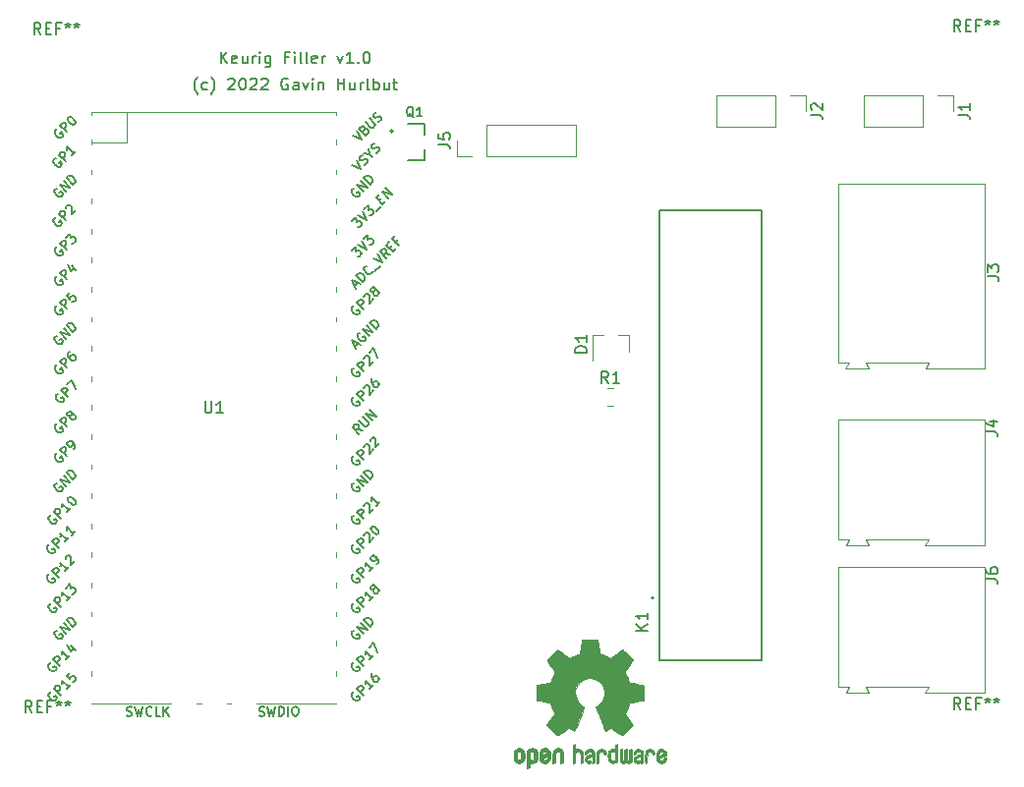
<source format=gbr>
%TF.GenerationSoftware,KiCad,Pcbnew,(5.1.9)-1*%
%TF.CreationDate,2022-01-16T00:30:18-08:00*%
%TF.ProjectId,keurig-filler,6b657572-6967-42d6-9669-6c6c65722e6b,rev?*%
%TF.SameCoordinates,Original*%
%TF.FileFunction,Legend,Top*%
%TF.FilePolarity,Positive*%
%FSLAX46Y46*%
G04 Gerber Fmt 4.6, Leading zero omitted, Abs format (unit mm)*
G04 Created by KiCad (PCBNEW (5.1.9)-1) date 2022-01-16 00:30:18*
%MOMM*%
%LPD*%
G01*
G04 APERTURE LIST*
%ADD10C,0.150000*%
%ADD11C,0.010000*%
%ADD12C,0.120000*%
%ADD13C,0.127000*%
%ADD14C,0.200000*%
G04 APERTURE END LIST*
D10*
X38101047Y-27503333D02*
X38053428Y-27455714D01*
X37958190Y-27312857D01*
X37910571Y-27217619D01*
X37862952Y-27074761D01*
X37815333Y-26836666D01*
X37815333Y-26646190D01*
X37862952Y-26408095D01*
X37910571Y-26265238D01*
X37958190Y-26170000D01*
X38053428Y-26027142D01*
X38101047Y-25979523D01*
X38910571Y-27074761D02*
X38815333Y-27122380D01*
X38624857Y-27122380D01*
X38529619Y-27074761D01*
X38482000Y-27027142D01*
X38434380Y-26931904D01*
X38434380Y-26646190D01*
X38482000Y-26550952D01*
X38529619Y-26503333D01*
X38624857Y-26455714D01*
X38815333Y-26455714D01*
X38910571Y-26503333D01*
X39243904Y-27503333D02*
X39291523Y-27455714D01*
X39386761Y-27312857D01*
X39434380Y-27217619D01*
X39482000Y-27074761D01*
X39529619Y-26836666D01*
X39529619Y-26646190D01*
X39482000Y-26408095D01*
X39434380Y-26265238D01*
X39386761Y-26170000D01*
X39291523Y-26027142D01*
X39243904Y-25979523D01*
X40720095Y-26217619D02*
X40767714Y-26170000D01*
X40862952Y-26122380D01*
X41101047Y-26122380D01*
X41196285Y-26170000D01*
X41243904Y-26217619D01*
X41291523Y-26312857D01*
X41291523Y-26408095D01*
X41243904Y-26550952D01*
X40672476Y-27122380D01*
X41291523Y-27122380D01*
X41910571Y-26122380D02*
X42005809Y-26122380D01*
X42101047Y-26170000D01*
X42148666Y-26217619D01*
X42196285Y-26312857D01*
X42243904Y-26503333D01*
X42243904Y-26741428D01*
X42196285Y-26931904D01*
X42148666Y-27027142D01*
X42101047Y-27074761D01*
X42005809Y-27122380D01*
X41910571Y-27122380D01*
X41815333Y-27074761D01*
X41767714Y-27027142D01*
X41720095Y-26931904D01*
X41672476Y-26741428D01*
X41672476Y-26503333D01*
X41720095Y-26312857D01*
X41767714Y-26217619D01*
X41815333Y-26170000D01*
X41910571Y-26122380D01*
X42624857Y-26217619D02*
X42672476Y-26170000D01*
X42767714Y-26122380D01*
X43005809Y-26122380D01*
X43101047Y-26170000D01*
X43148666Y-26217619D01*
X43196285Y-26312857D01*
X43196285Y-26408095D01*
X43148666Y-26550952D01*
X42577238Y-27122380D01*
X43196285Y-27122380D01*
X43577238Y-26217619D02*
X43624857Y-26170000D01*
X43720095Y-26122380D01*
X43958190Y-26122380D01*
X44053428Y-26170000D01*
X44101047Y-26217619D01*
X44148666Y-26312857D01*
X44148666Y-26408095D01*
X44101047Y-26550952D01*
X43529619Y-27122380D01*
X44148666Y-27122380D01*
X45862952Y-26170000D02*
X45767714Y-26122380D01*
X45624857Y-26122380D01*
X45482000Y-26170000D01*
X45386761Y-26265238D01*
X45339142Y-26360476D01*
X45291523Y-26550952D01*
X45291523Y-26693809D01*
X45339142Y-26884285D01*
X45386761Y-26979523D01*
X45482000Y-27074761D01*
X45624857Y-27122380D01*
X45720095Y-27122380D01*
X45862952Y-27074761D01*
X45910571Y-27027142D01*
X45910571Y-26693809D01*
X45720095Y-26693809D01*
X46767714Y-27122380D02*
X46767714Y-26598571D01*
X46720095Y-26503333D01*
X46624857Y-26455714D01*
X46434380Y-26455714D01*
X46339142Y-26503333D01*
X46767714Y-27074761D02*
X46672476Y-27122380D01*
X46434380Y-27122380D01*
X46339142Y-27074761D01*
X46291523Y-26979523D01*
X46291523Y-26884285D01*
X46339142Y-26789047D01*
X46434380Y-26741428D01*
X46672476Y-26741428D01*
X46767714Y-26693809D01*
X47148666Y-26455714D02*
X47386761Y-27122380D01*
X47624857Y-26455714D01*
X48005809Y-27122380D02*
X48005809Y-26455714D01*
X48005809Y-26122380D02*
X47958190Y-26170000D01*
X48005809Y-26217619D01*
X48053428Y-26170000D01*
X48005809Y-26122380D01*
X48005809Y-26217619D01*
X48482000Y-26455714D02*
X48482000Y-27122380D01*
X48482000Y-26550952D02*
X48529619Y-26503333D01*
X48624857Y-26455714D01*
X48767714Y-26455714D01*
X48862952Y-26503333D01*
X48910571Y-26598571D01*
X48910571Y-27122380D01*
X50148666Y-27122380D02*
X50148666Y-26122380D01*
X50148666Y-26598571D02*
X50720095Y-26598571D01*
X50720095Y-27122380D02*
X50720095Y-26122380D01*
X51624857Y-26455714D02*
X51624857Y-27122380D01*
X51196285Y-26455714D02*
X51196285Y-26979523D01*
X51243904Y-27074761D01*
X51339142Y-27122380D01*
X51482000Y-27122380D01*
X51577238Y-27074761D01*
X51624857Y-27027142D01*
X52101047Y-27122380D02*
X52101047Y-26455714D01*
X52101047Y-26646190D02*
X52148666Y-26550952D01*
X52196285Y-26503333D01*
X52291523Y-26455714D01*
X52386761Y-26455714D01*
X52862952Y-27122380D02*
X52767714Y-27074761D01*
X52720095Y-26979523D01*
X52720095Y-26122380D01*
X53243904Y-27122380D02*
X53243904Y-26122380D01*
X53243904Y-26503333D02*
X53339142Y-26455714D01*
X53529619Y-26455714D01*
X53624857Y-26503333D01*
X53672476Y-26550952D01*
X53720095Y-26646190D01*
X53720095Y-26931904D01*
X53672476Y-27027142D01*
X53624857Y-27074761D01*
X53529619Y-27122380D01*
X53339142Y-27122380D01*
X53243904Y-27074761D01*
X54577238Y-26455714D02*
X54577238Y-27122380D01*
X54148666Y-26455714D02*
X54148666Y-26979523D01*
X54196285Y-27074761D01*
X54291523Y-27122380D01*
X54434380Y-27122380D01*
X54529619Y-27074761D01*
X54577238Y-27027142D01*
X54910571Y-26455714D02*
X55291523Y-26455714D01*
X55053428Y-26122380D02*
X55053428Y-26979523D01*
X55101047Y-27074761D01*
X55196285Y-27122380D01*
X55291523Y-27122380D01*
X40077238Y-24836380D02*
X40077238Y-23836380D01*
X40648666Y-24836380D02*
X40220095Y-24264952D01*
X40648666Y-23836380D02*
X40077238Y-24407809D01*
X41458190Y-24788761D02*
X41362952Y-24836380D01*
X41172476Y-24836380D01*
X41077238Y-24788761D01*
X41029619Y-24693523D01*
X41029619Y-24312571D01*
X41077238Y-24217333D01*
X41172476Y-24169714D01*
X41362952Y-24169714D01*
X41458190Y-24217333D01*
X41505809Y-24312571D01*
X41505809Y-24407809D01*
X41029619Y-24503047D01*
X42362952Y-24169714D02*
X42362952Y-24836380D01*
X41934380Y-24169714D02*
X41934380Y-24693523D01*
X41982000Y-24788761D01*
X42077238Y-24836380D01*
X42220095Y-24836380D01*
X42315333Y-24788761D01*
X42362952Y-24741142D01*
X42839142Y-24836380D02*
X42839142Y-24169714D01*
X42839142Y-24360190D02*
X42886761Y-24264952D01*
X42934380Y-24217333D01*
X43029619Y-24169714D01*
X43124857Y-24169714D01*
X43458190Y-24836380D02*
X43458190Y-24169714D01*
X43458190Y-23836380D02*
X43410571Y-23884000D01*
X43458190Y-23931619D01*
X43505809Y-23884000D01*
X43458190Y-23836380D01*
X43458190Y-23931619D01*
X44362952Y-24169714D02*
X44362952Y-24979238D01*
X44315333Y-25074476D01*
X44267714Y-25122095D01*
X44172476Y-25169714D01*
X44029619Y-25169714D01*
X43934380Y-25122095D01*
X44362952Y-24788761D02*
X44267714Y-24836380D01*
X44077238Y-24836380D01*
X43982000Y-24788761D01*
X43934380Y-24741142D01*
X43886761Y-24645904D01*
X43886761Y-24360190D01*
X43934380Y-24264952D01*
X43982000Y-24217333D01*
X44077238Y-24169714D01*
X44267714Y-24169714D01*
X44362952Y-24217333D01*
X45934380Y-24312571D02*
X45601047Y-24312571D01*
X45601047Y-24836380D02*
X45601047Y-23836380D01*
X46077238Y-23836380D01*
X46458190Y-24836380D02*
X46458190Y-24169714D01*
X46458190Y-23836380D02*
X46410571Y-23884000D01*
X46458190Y-23931619D01*
X46505809Y-23884000D01*
X46458190Y-23836380D01*
X46458190Y-23931619D01*
X47077238Y-24836380D02*
X46982000Y-24788761D01*
X46934380Y-24693523D01*
X46934380Y-23836380D01*
X47601047Y-24836380D02*
X47505809Y-24788761D01*
X47458190Y-24693523D01*
X47458190Y-23836380D01*
X48362952Y-24788761D02*
X48267714Y-24836380D01*
X48077238Y-24836380D01*
X47982000Y-24788761D01*
X47934380Y-24693523D01*
X47934380Y-24312571D01*
X47982000Y-24217333D01*
X48077238Y-24169714D01*
X48267714Y-24169714D01*
X48362952Y-24217333D01*
X48410571Y-24312571D01*
X48410571Y-24407809D01*
X47934380Y-24503047D01*
X48839142Y-24836380D02*
X48839142Y-24169714D01*
X48839142Y-24360190D02*
X48886761Y-24264952D01*
X48934380Y-24217333D01*
X49029619Y-24169714D01*
X49124857Y-24169714D01*
X50124857Y-24169714D02*
X50362952Y-24836380D01*
X50601047Y-24169714D01*
X51505809Y-24836380D02*
X50934380Y-24836380D01*
X51220095Y-24836380D02*
X51220095Y-23836380D01*
X51124857Y-23979238D01*
X51029619Y-24074476D01*
X50934380Y-24122095D01*
X51934380Y-24741142D02*
X51982000Y-24788761D01*
X51934380Y-24836380D01*
X51886761Y-24788761D01*
X51934380Y-24741142D01*
X51934380Y-24836380D01*
X52601047Y-23836380D02*
X52696285Y-23836380D01*
X52791523Y-23884000D01*
X52839142Y-23931619D01*
X52886761Y-24026857D01*
X52934380Y-24217333D01*
X52934380Y-24455428D01*
X52886761Y-24645904D01*
X52839142Y-24741142D01*
X52791523Y-24788761D01*
X52696285Y-24836380D01*
X52601047Y-24836380D01*
X52505809Y-24788761D01*
X52458190Y-24741142D01*
X52410571Y-24645904D01*
X52362952Y-24455428D01*
X52362952Y-24217333D01*
X52410571Y-24026857D01*
X52458190Y-23931619D01*
X52505809Y-23884000D01*
X52601047Y-23836380D01*
D11*
%TO.C,REF\u002A\u002A*%
G36*
X67053900Y-83871903D02*
G01*
X67165450Y-83927522D01*
X67263908Y-84029931D01*
X67291023Y-84067864D01*
X67320562Y-84117500D01*
X67339728Y-84171412D01*
X67350693Y-84243364D01*
X67355629Y-84347122D01*
X67356713Y-84484101D01*
X67351818Y-84671815D01*
X67334804Y-84812758D01*
X67302177Y-84917908D01*
X67250442Y-84998243D01*
X67176104Y-85064741D01*
X67170642Y-85068678D01*
X67097380Y-85108953D01*
X67009160Y-85128880D01*
X66896962Y-85133793D01*
X66714567Y-85133793D01*
X66714491Y-85310857D01*
X66712793Y-85409470D01*
X66702450Y-85467314D01*
X66675422Y-85502006D01*
X66623668Y-85531164D01*
X66611239Y-85537121D01*
X66553077Y-85565039D01*
X66508044Y-85582672D01*
X66474559Y-85584194D01*
X66451038Y-85563781D01*
X66435900Y-85515607D01*
X66427563Y-85433846D01*
X66424444Y-85312672D01*
X66424960Y-85146260D01*
X66427529Y-84928785D01*
X66428332Y-84863736D01*
X66431222Y-84639502D01*
X66433812Y-84492821D01*
X66714414Y-84492821D01*
X66715991Y-84617326D01*
X66723000Y-84698787D01*
X66738858Y-84752515D01*
X66766981Y-84793823D01*
X66786075Y-84813971D01*
X66864135Y-84872921D01*
X66933247Y-84877720D01*
X67004560Y-84829038D01*
X67006368Y-84827241D01*
X67035383Y-84789618D01*
X67053033Y-84738484D01*
X67061936Y-84659738D01*
X67064709Y-84539276D01*
X67064759Y-84512588D01*
X67058058Y-84346583D01*
X67036248Y-84231505D01*
X66996765Y-84161254D01*
X66937044Y-84129729D01*
X66902528Y-84126552D01*
X66820611Y-84141460D01*
X66764421Y-84190548D01*
X66730598Y-84280362D01*
X66715780Y-84417445D01*
X66714414Y-84492821D01*
X66433812Y-84492821D01*
X66434287Y-84465952D01*
X66438247Y-84335382D01*
X66443826Y-84240087D01*
X66451746Y-84172364D01*
X66462731Y-84124507D01*
X66477501Y-84088813D01*
X66496782Y-84057578D01*
X66505049Y-84045824D01*
X66614712Y-83934797D01*
X66753365Y-83871847D01*
X66913754Y-83854297D01*
X67053900Y-83871903D01*
G37*
X67053900Y-83871903D02*
X67165450Y-83927522D01*
X67263908Y-84029931D01*
X67291023Y-84067864D01*
X67320562Y-84117500D01*
X67339728Y-84171412D01*
X67350693Y-84243364D01*
X67355629Y-84347122D01*
X67356713Y-84484101D01*
X67351818Y-84671815D01*
X67334804Y-84812758D01*
X67302177Y-84917908D01*
X67250442Y-84998243D01*
X67176104Y-85064741D01*
X67170642Y-85068678D01*
X67097380Y-85108953D01*
X67009160Y-85128880D01*
X66896962Y-85133793D01*
X66714567Y-85133793D01*
X66714491Y-85310857D01*
X66712793Y-85409470D01*
X66702450Y-85467314D01*
X66675422Y-85502006D01*
X66623668Y-85531164D01*
X66611239Y-85537121D01*
X66553077Y-85565039D01*
X66508044Y-85582672D01*
X66474559Y-85584194D01*
X66451038Y-85563781D01*
X66435900Y-85515607D01*
X66427563Y-85433846D01*
X66424444Y-85312672D01*
X66424960Y-85146260D01*
X66427529Y-84928785D01*
X66428332Y-84863736D01*
X66431222Y-84639502D01*
X66433812Y-84492821D01*
X66714414Y-84492821D01*
X66715991Y-84617326D01*
X66723000Y-84698787D01*
X66738858Y-84752515D01*
X66766981Y-84793823D01*
X66786075Y-84813971D01*
X66864135Y-84872921D01*
X66933247Y-84877720D01*
X67004560Y-84829038D01*
X67006368Y-84827241D01*
X67035383Y-84789618D01*
X67053033Y-84738484D01*
X67061936Y-84659738D01*
X67064709Y-84539276D01*
X67064759Y-84512588D01*
X67058058Y-84346583D01*
X67036248Y-84231505D01*
X66996765Y-84161254D01*
X66937044Y-84129729D01*
X66902528Y-84126552D01*
X66820611Y-84141460D01*
X66764421Y-84190548D01*
X66730598Y-84280362D01*
X66715780Y-84417445D01*
X66714414Y-84492821D01*
X66433812Y-84492821D01*
X66434287Y-84465952D01*
X66438247Y-84335382D01*
X66443826Y-84240087D01*
X66451746Y-84172364D01*
X66462731Y-84124507D01*
X66477501Y-84088813D01*
X66496782Y-84057578D01*
X66505049Y-84045824D01*
X66614712Y-83934797D01*
X66753365Y-83871847D01*
X66913754Y-83854297D01*
X67053900Y-83871903D01*
G36*
X69299429Y-83887719D02*
G01*
X69393123Y-83941914D01*
X69458264Y-83995707D01*
X69505907Y-84052066D01*
X69538728Y-84120987D01*
X69559406Y-84212468D01*
X69570620Y-84336506D01*
X69575049Y-84503098D01*
X69575563Y-84622851D01*
X69575563Y-85063659D01*
X69451483Y-85119283D01*
X69327402Y-85174907D01*
X69312805Y-84692095D01*
X69306773Y-84511779D01*
X69300445Y-84380901D01*
X69292606Y-84290511D01*
X69282037Y-84231664D01*
X69267523Y-84195413D01*
X69247848Y-84172810D01*
X69241535Y-84167917D01*
X69145888Y-84129706D01*
X69049207Y-84144827D01*
X68991655Y-84184943D01*
X68968245Y-84213370D01*
X68952039Y-84250672D01*
X68941741Y-84307223D01*
X68936049Y-84393394D01*
X68933664Y-84519558D01*
X68933264Y-84651042D01*
X68933186Y-84815999D01*
X68930361Y-84932761D01*
X68920907Y-85011510D01*
X68900940Y-85062431D01*
X68866576Y-85095706D01*
X68813932Y-85121520D01*
X68743617Y-85148344D01*
X68666820Y-85177542D01*
X68675962Y-84659346D01*
X68679643Y-84472539D01*
X68683950Y-84334490D01*
X68690123Y-84235568D01*
X68699402Y-84166145D01*
X68713027Y-84116590D01*
X68732239Y-84077273D01*
X68755402Y-84042584D01*
X68867152Y-83931770D01*
X69003513Y-83867689D01*
X69151825Y-83852339D01*
X69299429Y-83887719D01*
G37*
X69299429Y-83887719D02*
X69393123Y-83941914D01*
X69458264Y-83995707D01*
X69505907Y-84052066D01*
X69538728Y-84120987D01*
X69559406Y-84212468D01*
X69570620Y-84336506D01*
X69575049Y-84503098D01*
X69575563Y-84622851D01*
X69575563Y-85063659D01*
X69451483Y-85119283D01*
X69327402Y-85174907D01*
X69312805Y-84692095D01*
X69306773Y-84511779D01*
X69300445Y-84380901D01*
X69292606Y-84290511D01*
X69282037Y-84231664D01*
X69267523Y-84195413D01*
X69247848Y-84172810D01*
X69241535Y-84167917D01*
X69145888Y-84129706D01*
X69049207Y-84144827D01*
X68991655Y-84184943D01*
X68968245Y-84213370D01*
X68952039Y-84250672D01*
X68941741Y-84307223D01*
X68936049Y-84393394D01*
X68933664Y-84519558D01*
X68933264Y-84651042D01*
X68933186Y-84815999D01*
X68930361Y-84932761D01*
X68920907Y-85011510D01*
X68900940Y-85062431D01*
X68866576Y-85095706D01*
X68813932Y-85121520D01*
X68743617Y-85148344D01*
X68666820Y-85177542D01*
X68675962Y-84659346D01*
X68679643Y-84472539D01*
X68683950Y-84334490D01*
X68690123Y-84235568D01*
X68699402Y-84166145D01*
X68713027Y-84116590D01*
X68732239Y-84077273D01*
X68755402Y-84042584D01*
X68867152Y-83931770D01*
X69003513Y-83867689D01*
X69151825Y-83852339D01*
X69299429Y-83887719D01*
G36*
X65930221Y-83876015D02*
G01*
X66067061Y-83947968D01*
X66168051Y-84063766D01*
X66203925Y-84138213D01*
X66231839Y-84249992D01*
X66246129Y-84391227D01*
X66247484Y-84545371D01*
X66236595Y-84695879D01*
X66214153Y-84826205D01*
X66180850Y-84919803D01*
X66170615Y-84935922D01*
X66049382Y-85056249D01*
X65905387Y-85128317D01*
X65749139Y-85149408D01*
X65591148Y-85116802D01*
X65547180Y-85097253D01*
X65461556Y-85037012D01*
X65386408Y-84957135D01*
X65379306Y-84947004D01*
X65350439Y-84898181D01*
X65331357Y-84845990D01*
X65320084Y-84777285D01*
X65314645Y-84678918D01*
X65313062Y-84537744D01*
X65313035Y-84506092D01*
X65313107Y-84496019D01*
X65604989Y-84496019D01*
X65606687Y-84629256D01*
X65613372Y-84717674D01*
X65627425Y-84774785D01*
X65651229Y-84814102D01*
X65663379Y-84827241D01*
X65733236Y-84877172D01*
X65801059Y-84874895D01*
X65869635Y-84831584D01*
X65910535Y-84785346D01*
X65934758Y-84717857D01*
X65948361Y-84611433D01*
X65949294Y-84599020D01*
X65951616Y-84406147D01*
X65927350Y-84262900D01*
X65876824Y-84170160D01*
X65800368Y-84128807D01*
X65773076Y-84126552D01*
X65701411Y-84137893D01*
X65652390Y-84177184D01*
X65622418Y-84252326D01*
X65607899Y-84371222D01*
X65604989Y-84496019D01*
X65313107Y-84496019D01*
X65314122Y-84355659D01*
X65318688Y-84250549D01*
X65328688Y-84177714D01*
X65346079Y-84124108D01*
X65372816Y-84076681D01*
X65378724Y-84067864D01*
X65478032Y-83949007D01*
X65586242Y-83880008D01*
X65717981Y-83852619D01*
X65762717Y-83851281D01*
X65930221Y-83876015D01*
G37*
X65930221Y-83876015D02*
X66067061Y-83947968D01*
X66168051Y-84063766D01*
X66203925Y-84138213D01*
X66231839Y-84249992D01*
X66246129Y-84391227D01*
X66247484Y-84545371D01*
X66236595Y-84695879D01*
X66214153Y-84826205D01*
X66180850Y-84919803D01*
X66170615Y-84935922D01*
X66049382Y-85056249D01*
X65905387Y-85128317D01*
X65749139Y-85149408D01*
X65591148Y-85116802D01*
X65547180Y-85097253D01*
X65461556Y-85037012D01*
X65386408Y-84957135D01*
X65379306Y-84947004D01*
X65350439Y-84898181D01*
X65331357Y-84845990D01*
X65320084Y-84777285D01*
X65314645Y-84678918D01*
X65313062Y-84537744D01*
X65313035Y-84506092D01*
X65313107Y-84496019D01*
X65604989Y-84496019D01*
X65606687Y-84629256D01*
X65613372Y-84717674D01*
X65627425Y-84774785D01*
X65651229Y-84814102D01*
X65663379Y-84827241D01*
X65733236Y-84877172D01*
X65801059Y-84874895D01*
X65869635Y-84831584D01*
X65910535Y-84785346D01*
X65934758Y-84717857D01*
X65948361Y-84611433D01*
X65949294Y-84599020D01*
X65951616Y-84406147D01*
X65927350Y-84262900D01*
X65876824Y-84170160D01*
X65800368Y-84128807D01*
X65773076Y-84126552D01*
X65701411Y-84137893D01*
X65652390Y-84177184D01*
X65622418Y-84252326D01*
X65607899Y-84371222D01*
X65604989Y-84496019D01*
X65313107Y-84496019D01*
X65314122Y-84355659D01*
X65318688Y-84250549D01*
X65328688Y-84177714D01*
X65346079Y-84124108D01*
X65372816Y-84076681D01*
X65378724Y-84067864D01*
X65478032Y-83949007D01*
X65586242Y-83880008D01*
X65717981Y-83852619D01*
X65762717Y-83851281D01*
X65930221Y-83876015D01*
G36*
X68197552Y-83894676D02*
G01*
X68312658Y-83972111D01*
X68401611Y-84083949D01*
X68454749Y-84226265D01*
X68465497Y-84331015D01*
X68464276Y-84374726D01*
X68454056Y-84408194D01*
X68425961Y-84438179D01*
X68371116Y-84471440D01*
X68280645Y-84514738D01*
X68145672Y-84574833D01*
X68144989Y-84575134D01*
X68020751Y-84632037D01*
X67918873Y-84682565D01*
X67849767Y-84721280D01*
X67823846Y-84742740D01*
X67823839Y-84742913D01*
X67846685Y-84789644D01*
X67900109Y-84841154D01*
X67961442Y-84878261D01*
X67992515Y-84885632D01*
X68077289Y-84860138D01*
X68150293Y-84796291D01*
X68185913Y-84726094D01*
X68220180Y-84674343D01*
X68287303Y-84615409D01*
X68366208Y-84564496D01*
X68435821Y-84536809D01*
X68450377Y-84535287D01*
X68466763Y-84560321D01*
X68467750Y-84624311D01*
X68455708Y-84710593D01*
X68433007Y-84802501D01*
X68402014Y-84883369D01*
X68400448Y-84886509D01*
X68307181Y-85016734D01*
X68186304Y-85105311D01*
X68049027Y-85148786D01*
X67906560Y-85143706D01*
X67770112Y-85086616D01*
X67764045Y-85082602D01*
X67656710Y-84985326D01*
X67586132Y-84858409D01*
X67547074Y-84691526D01*
X67541832Y-84644639D01*
X67532548Y-84423329D01*
X67543678Y-84320124D01*
X67823839Y-84320124D01*
X67827479Y-84384503D01*
X67847389Y-84403291D01*
X67897026Y-84389235D01*
X67975267Y-84356009D01*
X68062726Y-84314359D01*
X68064899Y-84313256D01*
X68139030Y-84274265D01*
X68168781Y-84248244D01*
X68161445Y-84220965D01*
X68130553Y-84185121D01*
X68051960Y-84133251D01*
X67967323Y-84129439D01*
X67891403Y-84167189D01*
X67838965Y-84240001D01*
X67823839Y-84320124D01*
X67543678Y-84320124D01*
X67551644Y-84246261D01*
X67600634Y-84105829D01*
X67668836Y-84007447D01*
X67791935Y-83908030D01*
X67927528Y-83858711D01*
X68065955Y-83855568D01*
X68197552Y-83894676D01*
G37*
X68197552Y-83894676D02*
X68312658Y-83972111D01*
X68401611Y-84083949D01*
X68454749Y-84226265D01*
X68465497Y-84331015D01*
X68464276Y-84374726D01*
X68454056Y-84408194D01*
X68425961Y-84438179D01*
X68371116Y-84471440D01*
X68280645Y-84514738D01*
X68145672Y-84574833D01*
X68144989Y-84575134D01*
X68020751Y-84632037D01*
X67918873Y-84682565D01*
X67849767Y-84721280D01*
X67823846Y-84742740D01*
X67823839Y-84742913D01*
X67846685Y-84789644D01*
X67900109Y-84841154D01*
X67961442Y-84878261D01*
X67992515Y-84885632D01*
X68077289Y-84860138D01*
X68150293Y-84796291D01*
X68185913Y-84726094D01*
X68220180Y-84674343D01*
X68287303Y-84615409D01*
X68366208Y-84564496D01*
X68435821Y-84536809D01*
X68450377Y-84535287D01*
X68466763Y-84560321D01*
X68467750Y-84624311D01*
X68455708Y-84710593D01*
X68433007Y-84802501D01*
X68402014Y-84883369D01*
X68400448Y-84886509D01*
X68307181Y-85016734D01*
X68186304Y-85105311D01*
X68049027Y-85148786D01*
X67906560Y-85143706D01*
X67770112Y-85086616D01*
X67764045Y-85082602D01*
X67656710Y-84985326D01*
X67586132Y-84858409D01*
X67547074Y-84691526D01*
X67541832Y-84644639D01*
X67532548Y-84423329D01*
X67543678Y-84320124D01*
X67823839Y-84320124D01*
X67827479Y-84384503D01*
X67847389Y-84403291D01*
X67897026Y-84389235D01*
X67975267Y-84356009D01*
X68062726Y-84314359D01*
X68064899Y-84313256D01*
X68139030Y-84274265D01*
X68168781Y-84248244D01*
X68161445Y-84220965D01*
X68130553Y-84185121D01*
X68051960Y-84133251D01*
X67967323Y-84129439D01*
X67891403Y-84167189D01*
X67838965Y-84240001D01*
X67823839Y-84320124D01*
X67543678Y-84320124D01*
X67551644Y-84246261D01*
X67600634Y-84105829D01*
X67668836Y-84007447D01*
X67791935Y-83908030D01*
X67927528Y-83858711D01*
X68065955Y-83855568D01*
X68197552Y-83894676D01*
G36*
X70626598Y-83733857D02*
G01*
X70635154Y-83853188D01*
X70644981Y-83923506D01*
X70658599Y-83954179D01*
X70678527Y-83954571D01*
X70684989Y-83950910D01*
X70770940Y-83924398D01*
X70882745Y-83925946D01*
X70996414Y-83953199D01*
X71067510Y-83988455D01*
X71140405Y-84044778D01*
X71193693Y-84108519D01*
X71230275Y-84189510D01*
X71253050Y-84297586D01*
X71264919Y-84442580D01*
X71268782Y-84634326D01*
X71268851Y-84671109D01*
X71268897Y-85084288D01*
X71176954Y-85116339D01*
X71111652Y-85138144D01*
X71075824Y-85148297D01*
X71074770Y-85148391D01*
X71071242Y-85120860D01*
X71068239Y-85044923D01*
X71065990Y-84930565D01*
X71064724Y-84787769D01*
X71064529Y-84700951D01*
X71064123Y-84529773D01*
X71062032Y-84407088D01*
X71056947Y-84323000D01*
X71047560Y-84267614D01*
X71032561Y-84231032D01*
X71010642Y-84203359D01*
X70996957Y-84190032D01*
X70902949Y-84136328D01*
X70800364Y-84132307D01*
X70707290Y-84177725D01*
X70690078Y-84194123D01*
X70664832Y-84224957D01*
X70647320Y-84261531D01*
X70636142Y-84314415D01*
X70629896Y-84394177D01*
X70627182Y-84511385D01*
X70626598Y-84672991D01*
X70626598Y-85084288D01*
X70534655Y-85116339D01*
X70469353Y-85138144D01*
X70433525Y-85148297D01*
X70432471Y-85148391D01*
X70429775Y-85120448D01*
X70427345Y-85041630D01*
X70425278Y-84919453D01*
X70423671Y-84761432D01*
X70422623Y-84575083D01*
X70422231Y-84367920D01*
X70422230Y-84358706D01*
X70422230Y-83569020D01*
X70517115Y-83528997D01*
X70612000Y-83488973D01*
X70626598Y-83733857D01*
G37*
X70626598Y-83733857D02*
X70635154Y-83853188D01*
X70644981Y-83923506D01*
X70658599Y-83954179D01*
X70678527Y-83954571D01*
X70684989Y-83950910D01*
X70770940Y-83924398D01*
X70882745Y-83925946D01*
X70996414Y-83953199D01*
X71067510Y-83988455D01*
X71140405Y-84044778D01*
X71193693Y-84108519D01*
X71230275Y-84189510D01*
X71253050Y-84297586D01*
X71264919Y-84442580D01*
X71268782Y-84634326D01*
X71268851Y-84671109D01*
X71268897Y-85084288D01*
X71176954Y-85116339D01*
X71111652Y-85138144D01*
X71075824Y-85148297D01*
X71074770Y-85148391D01*
X71071242Y-85120860D01*
X71068239Y-85044923D01*
X71065990Y-84930565D01*
X71064724Y-84787769D01*
X71064529Y-84700951D01*
X71064123Y-84529773D01*
X71062032Y-84407088D01*
X71056947Y-84323000D01*
X71047560Y-84267614D01*
X71032561Y-84231032D01*
X71010642Y-84203359D01*
X70996957Y-84190032D01*
X70902949Y-84136328D01*
X70800364Y-84132307D01*
X70707290Y-84177725D01*
X70690078Y-84194123D01*
X70664832Y-84224957D01*
X70647320Y-84261531D01*
X70636142Y-84314415D01*
X70629896Y-84394177D01*
X70627182Y-84511385D01*
X70626598Y-84672991D01*
X70626598Y-85084288D01*
X70534655Y-85116339D01*
X70469353Y-85138144D01*
X70433525Y-85148297D01*
X70432471Y-85148391D01*
X70429775Y-85120448D01*
X70427345Y-85041630D01*
X70425278Y-84919453D01*
X70423671Y-84761432D01*
X70422623Y-84575083D01*
X70422231Y-84367920D01*
X70422230Y-84358706D01*
X70422230Y-83569020D01*
X70517115Y-83528997D01*
X70612000Y-83488973D01*
X70626598Y-83733857D01*
G36*
X71961944Y-83934360D02*
G01*
X72076343Y-83976842D01*
X72077652Y-83977658D01*
X72148403Y-84029730D01*
X72200636Y-84090584D01*
X72237371Y-84169887D01*
X72261634Y-84277309D01*
X72276445Y-84422517D01*
X72284829Y-84615179D01*
X72285564Y-84642628D01*
X72296120Y-85056521D01*
X72207291Y-85102456D01*
X72143018Y-85133498D01*
X72104210Y-85148206D01*
X72102415Y-85148391D01*
X72095700Y-85121250D01*
X72090365Y-85048041D01*
X72087083Y-84941081D01*
X72086368Y-84854469D01*
X72086351Y-84714162D01*
X72079937Y-84626051D01*
X72057580Y-84584025D01*
X72009732Y-84581975D01*
X71926849Y-84613790D01*
X71801713Y-84672272D01*
X71709697Y-84720845D01*
X71662371Y-84762986D01*
X71648458Y-84808916D01*
X71648437Y-84811189D01*
X71671395Y-84890311D01*
X71739370Y-84933055D01*
X71843398Y-84939246D01*
X71918330Y-84938172D01*
X71957839Y-84959753D01*
X71982478Y-85011591D01*
X71996659Y-85077632D01*
X71976223Y-85115104D01*
X71968528Y-85120467D01*
X71896083Y-85142006D01*
X71794633Y-85145055D01*
X71690157Y-85130778D01*
X71616125Y-85104688D01*
X71513772Y-85017785D01*
X71455591Y-84896816D01*
X71444069Y-84802308D01*
X71452862Y-84717062D01*
X71484680Y-84647476D01*
X71547684Y-84585672D01*
X71650031Y-84523772D01*
X71799882Y-84453897D01*
X71809012Y-84449948D01*
X71943997Y-84387588D01*
X72027294Y-84336446D01*
X72062997Y-84290488D01*
X72055203Y-84243683D01*
X72008007Y-84189998D01*
X71993894Y-84177644D01*
X71899359Y-84129741D01*
X71801406Y-84131758D01*
X71716097Y-84178724D01*
X71659496Y-84265669D01*
X71654237Y-84282734D01*
X71603023Y-84365504D01*
X71538037Y-84405372D01*
X71444069Y-84444882D01*
X71444069Y-84342658D01*
X71472653Y-84194072D01*
X71557495Y-84057784D01*
X71601645Y-84012191D01*
X71702005Y-83953674D01*
X71829635Y-83927184D01*
X71961944Y-83934360D01*
G37*
X71961944Y-83934360D02*
X72076343Y-83976842D01*
X72077652Y-83977658D01*
X72148403Y-84029730D01*
X72200636Y-84090584D01*
X72237371Y-84169887D01*
X72261634Y-84277309D01*
X72276445Y-84422517D01*
X72284829Y-84615179D01*
X72285564Y-84642628D01*
X72296120Y-85056521D01*
X72207291Y-85102456D01*
X72143018Y-85133498D01*
X72104210Y-85148206D01*
X72102415Y-85148391D01*
X72095700Y-85121250D01*
X72090365Y-85048041D01*
X72087083Y-84941081D01*
X72086368Y-84854469D01*
X72086351Y-84714162D01*
X72079937Y-84626051D01*
X72057580Y-84584025D01*
X72009732Y-84581975D01*
X71926849Y-84613790D01*
X71801713Y-84672272D01*
X71709697Y-84720845D01*
X71662371Y-84762986D01*
X71648458Y-84808916D01*
X71648437Y-84811189D01*
X71671395Y-84890311D01*
X71739370Y-84933055D01*
X71843398Y-84939246D01*
X71918330Y-84938172D01*
X71957839Y-84959753D01*
X71982478Y-85011591D01*
X71996659Y-85077632D01*
X71976223Y-85115104D01*
X71968528Y-85120467D01*
X71896083Y-85142006D01*
X71794633Y-85145055D01*
X71690157Y-85130778D01*
X71616125Y-85104688D01*
X71513772Y-85017785D01*
X71455591Y-84896816D01*
X71444069Y-84802308D01*
X71452862Y-84717062D01*
X71484680Y-84647476D01*
X71547684Y-84585672D01*
X71650031Y-84523772D01*
X71799882Y-84453897D01*
X71809012Y-84449948D01*
X71943997Y-84387588D01*
X72027294Y-84336446D01*
X72062997Y-84290488D01*
X72055203Y-84243683D01*
X72008007Y-84189998D01*
X71993894Y-84177644D01*
X71899359Y-84129741D01*
X71801406Y-84131758D01*
X71716097Y-84178724D01*
X71659496Y-84265669D01*
X71654237Y-84282734D01*
X71603023Y-84365504D01*
X71538037Y-84405372D01*
X71444069Y-84444882D01*
X71444069Y-84342658D01*
X71472653Y-84194072D01*
X71557495Y-84057784D01*
X71601645Y-84012191D01*
X71702005Y-83953674D01*
X71829635Y-83927184D01*
X71961944Y-83934360D01*
G36*
X72947943Y-83931920D02*
G01*
X73080565Y-83980859D01*
X73188010Y-84067419D01*
X73230032Y-84128352D01*
X73275843Y-84240161D01*
X73274891Y-84321006D01*
X73226808Y-84375378D01*
X73209017Y-84384624D01*
X73132204Y-84413450D01*
X73092976Y-84406065D01*
X73079689Y-84357658D01*
X73079012Y-84330920D01*
X73054686Y-84232548D01*
X72991281Y-84163734D01*
X72903154Y-84130498D01*
X72804663Y-84138861D01*
X72724602Y-84182296D01*
X72697561Y-84207072D01*
X72678394Y-84237129D01*
X72665446Y-84282565D01*
X72657064Y-84353476D01*
X72651593Y-84459960D01*
X72647378Y-84612112D01*
X72646287Y-84660287D01*
X72642307Y-84825095D01*
X72637781Y-84941088D01*
X72630995Y-85017833D01*
X72620231Y-85064893D01*
X72603773Y-85091835D01*
X72579906Y-85108223D01*
X72564626Y-85115463D01*
X72499733Y-85140220D01*
X72461534Y-85148391D01*
X72448912Y-85121103D01*
X72441208Y-85038603D01*
X72438380Y-84899941D01*
X72440386Y-84704162D01*
X72441011Y-84673965D01*
X72445421Y-84495349D01*
X72450635Y-84364923D01*
X72458055Y-84272492D01*
X72469082Y-84207858D01*
X72485117Y-84160825D01*
X72507561Y-84121196D01*
X72519302Y-84104215D01*
X72586619Y-84029080D01*
X72661910Y-83970638D01*
X72671128Y-83965536D01*
X72806133Y-83925260D01*
X72947943Y-83931920D01*
G37*
X72947943Y-83931920D02*
X73080565Y-83980859D01*
X73188010Y-84067419D01*
X73230032Y-84128352D01*
X73275843Y-84240161D01*
X73274891Y-84321006D01*
X73226808Y-84375378D01*
X73209017Y-84384624D01*
X73132204Y-84413450D01*
X73092976Y-84406065D01*
X73079689Y-84357658D01*
X73079012Y-84330920D01*
X73054686Y-84232548D01*
X72991281Y-84163734D01*
X72903154Y-84130498D01*
X72804663Y-84138861D01*
X72724602Y-84182296D01*
X72697561Y-84207072D01*
X72678394Y-84237129D01*
X72665446Y-84282565D01*
X72657064Y-84353476D01*
X72651593Y-84459960D01*
X72647378Y-84612112D01*
X72646287Y-84660287D01*
X72642307Y-84825095D01*
X72637781Y-84941088D01*
X72630995Y-85017833D01*
X72620231Y-85064893D01*
X72603773Y-85091835D01*
X72579906Y-85108223D01*
X72564626Y-85115463D01*
X72499733Y-85140220D01*
X72461534Y-85148391D01*
X72448912Y-85121103D01*
X72441208Y-85038603D01*
X72438380Y-84899941D01*
X72440386Y-84704162D01*
X72441011Y-84673965D01*
X72445421Y-84495349D01*
X72450635Y-84364923D01*
X72458055Y-84272492D01*
X72469082Y-84207858D01*
X72485117Y-84160825D01*
X72507561Y-84121196D01*
X72519302Y-84104215D01*
X72586619Y-84029080D01*
X72661910Y-83970638D01*
X72671128Y-83965536D01*
X72806133Y-83925260D01*
X72947943Y-83931920D01*
G36*
X74275914Y-84164455D02*
G01*
X74275543Y-84382661D01*
X74274108Y-84550519D01*
X74271002Y-84676070D01*
X74265622Y-84767355D01*
X74257362Y-84832415D01*
X74245616Y-84879291D01*
X74229781Y-84916024D01*
X74217790Y-84936991D01*
X74118490Y-85050694D01*
X73992588Y-85121965D01*
X73853291Y-85147538D01*
X73713805Y-85124150D01*
X73630743Y-85082119D01*
X73543545Y-85009411D01*
X73484117Y-84920612D01*
X73448261Y-84804320D01*
X73431781Y-84649135D01*
X73429447Y-84535287D01*
X73429761Y-84527106D01*
X73633724Y-84527106D01*
X73634970Y-84657657D01*
X73640678Y-84744080D01*
X73653804Y-84800618D01*
X73677306Y-84841514D01*
X73705386Y-84872362D01*
X73799688Y-84931905D01*
X73900940Y-84936992D01*
X73996636Y-84887279D01*
X74004084Y-84880543D01*
X74035874Y-84845502D01*
X74055808Y-84803811D01*
X74066600Y-84741762D01*
X74070965Y-84645644D01*
X74071655Y-84539379D01*
X74070159Y-84405880D01*
X74063964Y-84316822D01*
X74050514Y-84258293D01*
X74027251Y-84216382D01*
X74008175Y-84194123D01*
X73919563Y-84137985D01*
X73817508Y-84131235D01*
X73720095Y-84174114D01*
X73701296Y-84190032D01*
X73669293Y-84225382D01*
X73649318Y-84267502D01*
X73638593Y-84330251D01*
X73634339Y-84427487D01*
X73633724Y-84527106D01*
X73429761Y-84527106D01*
X73436504Y-84351947D01*
X73460472Y-84214195D01*
X73505548Y-84110632D01*
X73575928Y-84029856D01*
X73630743Y-83988455D01*
X73730376Y-83943728D01*
X73845855Y-83922967D01*
X73953199Y-83928525D01*
X74013264Y-83950943D01*
X74036835Y-83957323D01*
X74052477Y-83933535D01*
X74063395Y-83869788D01*
X74071655Y-83772687D01*
X74080699Y-83664541D01*
X74093261Y-83599475D01*
X74116119Y-83562268D01*
X74156051Y-83537699D01*
X74181138Y-83526819D01*
X74276023Y-83487072D01*
X74275914Y-84164455D01*
G37*
X74275914Y-84164455D02*
X74275543Y-84382661D01*
X74274108Y-84550519D01*
X74271002Y-84676070D01*
X74265622Y-84767355D01*
X74257362Y-84832415D01*
X74245616Y-84879291D01*
X74229781Y-84916024D01*
X74217790Y-84936991D01*
X74118490Y-85050694D01*
X73992588Y-85121965D01*
X73853291Y-85147538D01*
X73713805Y-85124150D01*
X73630743Y-85082119D01*
X73543545Y-85009411D01*
X73484117Y-84920612D01*
X73448261Y-84804320D01*
X73431781Y-84649135D01*
X73429447Y-84535287D01*
X73429761Y-84527106D01*
X73633724Y-84527106D01*
X73634970Y-84657657D01*
X73640678Y-84744080D01*
X73653804Y-84800618D01*
X73677306Y-84841514D01*
X73705386Y-84872362D01*
X73799688Y-84931905D01*
X73900940Y-84936992D01*
X73996636Y-84887279D01*
X74004084Y-84880543D01*
X74035874Y-84845502D01*
X74055808Y-84803811D01*
X74066600Y-84741762D01*
X74070965Y-84645644D01*
X74071655Y-84539379D01*
X74070159Y-84405880D01*
X74063964Y-84316822D01*
X74050514Y-84258293D01*
X74027251Y-84216382D01*
X74008175Y-84194123D01*
X73919563Y-84137985D01*
X73817508Y-84131235D01*
X73720095Y-84174114D01*
X73701296Y-84190032D01*
X73669293Y-84225382D01*
X73649318Y-84267502D01*
X73638593Y-84330251D01*
X73634339Y-84427487D01*
X73633724Y-84527106D01*
X73429761Y-84527106D01*
X73436504Y-84351947D01*
X73460472Y-84214195D01*
X73505548Y-84110632D01*
X73575928Y-84029856D01*
X73630743Y-83988455D01*
X73730376Y-83943728D01*
X73845855Y-83922967D01*
X73953199Y-83928525D01*
X74013264Y-83950943D01*
X74036835Y-83957323D01*
X74052477Y-83933535D01*
X74063395Y-83869788D01*
X74071655Y-83772687D01*
X74080699Y-83664541D01*
X74093261Y-83599475D01*
X74116119Y-83562268D01*
X74156051Y-83537699D01*
X74181138Y-83526819D01*
X74276023Y-83487072D01*
X74275914Y-84164455D01*
G36*
X75462124Y-83949840D02*
G01*
X75466579Y-84026653D01*
X75470071Y-84143391D01*
X75472315Y-84290821D01*
X75473035Y-84445455D01*
X75473035Y-84968727D01*
X75380645Y-85061117D01*
X75316978Y-85118047D01*
X75261089Y-85141107D01*
X75184702Y-85139647D01*
X75154380Y-85135934D01*
X75059610Y-85125126D01*
X74981222Y-85118933D01*
X74962115Y-85118361D01*
X74897699Y-85122102D01*
X74805571Y-85131494D01*
X74769850Y-85135934D01*
X74682114Y-85142801D01*
X74623153Y-85127885D01*
X74564690Y-85081835D01*
X74543585Y-85061117D01*
X74451195Y-84968727D01*
X74451195Y-83989947D01*
X74525558Y-83956066D01*
X74589590Y-83930970D01*
X74627052Y-83922184D01*
X74636657Y-83949950D01*
X74645635Y-84027530D01*
X74653386Y-84146348D01*
X74659314Y-84297828D01*
X74662173Y-84425805D01*
X74670161Y-84929425D01*
X74739848Y-84939278D01*
X74803229Y-84932389D01*
X74834286Y-84910083D01*
X74842967Y-84868379D01*
X74850378Y-84779544D01*
X74855931Y-84654834D01*
X74859036Y-84505507D01*
X74859484Y-84428661D01*
X74859931Y-83986287D01*
X74951874Y-83954235D01*
X75016949Y-83932443D01*
X75052347Y-83922281D01*
X75053368Y-83922184D01*
X75056920Y-83949809D01*
X75060823Y-84026411D01*
X75064751Y-84142579D01*
X75068376Y-84288904D01*
X75070908Y-84425805D01*
X75078897Y-84929425D01*
X75254069Y-84929425D01*
X75262107Y-84469965D01*
X75270146Y-84010505D01*
X75355543Y-83966344D01*
X75418593Y-83936019D01*
X75455910Y-83922258D01*
X75456987Y-83922184D01*
X75462124Y-83949840D01*
G37*
X75462124Y-83949840D02*
X75466579Y-84026653D01*
X75470071Y-84143391D01*
X75472315Y-84290821D01*
X75473035Y-84445455D01*
X75473035Y-84968727D01*
X75380645Y-85061117D01*
X75316978Y-85118047D01*
X75261089Y-85141107D01*
X75184702Y-85139647D01*
X75154380Y-85135934D01*
X75059610Y-85125126D01*
X74981222Y-85118933D01*
X74962115Y-85118361D01*
X74897699Y-85122102D01*
X74805571Y-85131494D01*
X74769850Y-85135934D01*
X74682114Y-85142801D01*
X74623153Y-85127885D01*
X74564690Y-85081835D01*
X74543585Y-85061117D01*
X74451195Y-84968727D01*
X74451195Y-83989947D01*
X74525558Y-83956066D01*
X74589590Y-83930970D01*
X74627052Y-83922184D01*
X74636657Y-83949950D01*
X74645635Y-84027530D01*
X74653386Y-84146348D01*
X74659314Y-84297828D01*
X74662173Y-84425805D01*
X74670161Y-84929425D01*
X74739848Y-84939278D01*
X74803229Y-84932389D01*
X74834286Y-84910083D01*
X74842967Y-84868379D01*
X74850378Y-84779544D01*
X74855931Y-84654834D01*
X74859036Y-84505507D01*
X74859484Y-84428661D01*
X74859931Y-83986287D01*
X74951874Y-83954235D01*
X75016949Y-83932443D01*
X75052347Y-83922281D01*
X75053368Y-83922184D01*
X75056920Y-83949809D01*
X75060823Y-84026411D01*
X75064751Y-84142579D01*
X75068376Y-84288904D01*
X75070908Y-84425805D01*
X75078897Y-84929425D01*
X75254069Y-84929425D01*
X75262107Y-84469965D01*
X75270146Y-84010505D01*
X75355543Y-83966344D01*
X75418593Y-83936019D01*
X75455910Y-83922258D01*
X75456987Y-83922184D01*
X75462124Y-83949840D01*
G36*
X76196406Y-83945156D02*
G01*
X76280469Y-83983393D01*
X76346450Y-84029726D01*
X76394794Y-84081532D01*
X76428172Y-84148363D01*
X76449253Y-84239769D01*
X76460707Y-84365301D01*
X76465203Y-84534508D01*
X76465678Y-84645933D01*
X76465678Y-85080627D01*
X76391316Y-85114509D01*
X76332746Y-85139272D01*
X76303730Y-85148391D01*
X76298179Y-85121257D01*
X76293775Y-85048094D01*
X76291078Y-84941263D01*
X76290506Y-84856437D01*
X76288046Y-84733887D01*
X76281412Y-84636668D01*
X76271726Y-84577134D01*
X76264032Y-84564483D01*
X76212311Y-84577402D01*
X76131117Y-84610539D01*
X76037102Y-84655461D01*
X75946917Y-84703735D01*
X75877215Y-84746928D01*
X75844648Y-84776608D01*
X75844519Y-84776929D01*
X75847320Y-84831857D01*
X75872439Y-84884292D01*
X75916541Y-84926881D01*
X75980909Y-84941126D01*
X76035921Y-84939466D01*
X76113835Y-84938245D01*
X76154732Y-84956498D01*
X76179295Y-85004726D01*
X76182392Y-85013820D01*
X76193040Y-85082598D01*
X76164565Y-85124360D01*
X76090344Y-85144263D01*
X76010168Y-85147944D01*
X75865890Y-85120658D01*
X75791203Y-85081690D01*
X75698963Y-84990148D01*
X75650043Y-84877782D01*
X75645654Y-84759051D01*
X75687001Y-84648411D01*
X75749197Y-84579080D01*
X75811294Y-84540265D01*
X75908895Y-84491125D01*
X76022632Y-84441292D01*
X76041590Y-84433677D01*
X76166521Y-84378545D01*
X76238539Y-84329954D01*
X76261700Y-84281647D01*
X76240064Y-84227370D01*
X76202920Y-84184943D01*
X76115127Y-84132702D01*
X76018530Y-84128784D01*
X75929944Y-84169041D01*
X75866186Y-84249326D01*
X75857817Y-84270040D01*
X75809096Y-84346225D01*
X75737965Y-84402785D01*
X75648207Y-84449201D01*
X75648207Y-84317584D01*
X75653490Y-84237168D01*
X75676142Y-84173786D01*
X75726367Y-84106163D01*
X75774582Y-84054076D01*
X75849554Y-83980322D01*
X75907806Y-83940702D01*
X75970372Y-83924810D01*
X76041193Y-83922184D01*
X76196406Y-83945156D01*
G37*
X76196406Y-83945156D02*
X76280469Y-83983393D01*
X76346450Y-84029726D01*
X76394794Y-84081532D01*
X76428172Y-84148363D01*
X76449253Y-84239769D01*
X76460707Y-84365301D01*
X76465203Y-84534508D01*
X76465678Y-84645933D01*
X76465678Y-85080627D01*
X76391316Y-85114509D01*
X76332746Y-85139272D01*
X76303730Y-85148391D01*
X76298179Y-85121257D01*
X76293775Y-85048094D01*
X76291078Y-84941263D01*
X76290506Y-84856437D01*
X76288046Y-84733887D01*
X76281412Y-84636668D01*
X76271726Y-84577134D01*
X76264032Y-84564483D01*
X76212311Y-84577402D01*
X76131117Y-84610539D01*
X76037102Y-84655461D01*
X75946917Y-84703735D01*
X75877215Y-84746928D01*
X75844648Y-84776608D01*
X75844519Y-84776929D01*
X75847320Y-84831857D01*
X75872439Y-84884292D01*
X75916541Y-84926881D01*
X75980909Y-84941126D01*
X76035921Y-84939466D01*
X76113835Y-84938245D01*
X76154732Y-84956498D01*
X76179295Y-85004726D01*
X76182392Y-85013820D01*
X76193040Y-85082598D01*
X76164565Y-85124360D01*
X76090344Y-85144263D01*
X76010168Y-85147944D01*
X75865890Y-85120658D01*
X75791203Y-85081690D01*
X75698963Y-84990148D01*
X75650043Y-84877782D01*
X75645654Y-84759051D01*
X75687001Y-84648411D01*
X75749197Y-84579080D01*
X75811294Y-84540265D01*
X75908895Y-84491125D01*
X76022632Y-84441292D01*
X76041590Y-84433677D01*
X76166521Y-84378545D01*
X76238539Y-84329954D01*
X76261700Y-84281647D01*
X76240064Y-84227370D01*
X76202920Y-84184943D01*
X76115127Y-84132702D01*
X76018530Y-84128784D01*
X75929944Y-84169041D01*
X75866186Y-84249326D01*
X75857817Y-84270040D01*
X75809096Y-84346225D01*
X75737965Y-84402785D01*
X75648207Y-84449201D01*
X75648207Y-84317584D01*
X75653490Y-84237168D01*
X75676142Y-84173786D01*
X75726367Y-84106163D01*
X75774582Y-84054076D01*
X75849554Y-83980322D01*
X75907806Y-83940702D01*
X75970372Y-83924810D01*
X76041193Y-83922184D01*
X76196406Y-83945156D01*
G36*
X77217690Y-83950018D02*
G01*
X77252585Y-83965269D01*
X77335877Y-84031235D01*
X77407103Y-84126618D01*
X77451153Y-84228406D01*
X77458322Y-84278587D01*
X77434285Y-84348647D01*
X77381561Y-84385717D01*
X77325031Y-84408164D01*
X77299146Y-84412300D01*
X77286542Y-84382283D01*
X77261654Y-84316961D01*
X77250735Y-84287445D01*
X77189508Y-84185348D01*
X77100861Y-84134423D01*
X76987193Y-84135989D01*
X76978774Y-84137994D01*
X76918088Y-84166767D01*
X76873474Y-84222859D01*
X76843002Y-84313163D01*
X76824744Y-84444571D01*
X76816771Y-84623974D01*
X76816023Y-84719433D01*
X76815652Y-84869913D01*
X76813223Y-84972495D01*
X76806760Y-85037672D01*
X76794288Y-85075938D01*
X76773833Y-85097785D01*
X76743419Y-85113707D01*
X76741661Y-85114509D01*
X76683091Y-85139272D01*
X76654075Y-85148391D01*
X76649616Y-85120822D01*
X76645799Y-85044620D01*
X76642899Y-84929541D01*
X76641191Y-84785341D01*
X76640851Y-84679814D01*
X76642588Y-84475613D01*
X76649382Y-84320697D01*
X76663607Y-84206024D01*
X76687638Y-84122551D01*
X76723848Y-84061236D01*
X76774612Y-84013034D01*
X76824739Y-83979393D01*
X76945275Y-83934619D01*
X77085557Y-83924521D01*
X77217690Y-83950018D01*
G37*
X77217690Y-83950018D02*
X77252585Y-83965269D01*
X77335877Y-84031235D01*
X77407103Y-84126618D01*
X77451153Y-84228406D01*
X77458322Y-84278587D01*
X77434285Y-84348647D01*
X77381561Y-84385717D01*
X77325031Y-84408164D01*
X77299146Y-84412300D01*
X77286542Y-84382283D01*
X77261654Y-84316961D01*
X77250735Y-84287445D01*
X77189508Y-84185348D01*
X77100861Y-84134423D01*
X76987193Y-84135989D01*
X76978774Y-84137994D01*
X76918088Y-84166767D01*
X76873474Y-84222859D01*
X76843002Y-84313163D01*
X76824744Y-84444571D01*
X76816771Y-84623974D01*
X76816023Y-84719433D01*
X76815652Y-84869913D01*
X76813223Y-84972495D01*
X76806760Y-85037672D01*
X76794288Y-85075938D01*
X76773833Y-85097785D01*
X76743419Y-85113707D01*
X76741661Y-85114509D01*
X76683091Y-85139272D01*
X76654075Y-85148391D01*
X76649616Y-85120822D01*
X76645799Y-85044620D01*
X76642899Y-84929541D01*
X76641191Y-84785341D01*
X76640851Y-84679814D01*
X76642588Y-84475613D01*
X76649382Y-84320697D01*
X76663607Y-84206024D01*
X76687638Y-84122551D01*
X76723848Y-84061236D01*
X76774612Y-84013034D01*
X76824739Y-83979393D01*
X76945275Y-83934619D01*
X77085557Y-83924521D01*
X77217690Y-83950018D01*
G36*
X78225439Y-83966540D02*
G01*
X78340950Y-84042034D01*
X78396664Y-84109617D01*
X78440804Y-84232255D01*
X78444309Y-84329298D01*
X78436368Y-84459056D01*
X78137115Y-84590039D01*
X77991611Y-84656958D01*
X77896537Y-84710790D01*
X77847101Y-84757416D01*
X77838511Y-84802720D01*
X77865972Y-84852582D01*
X77896253Y-84885632D01*
X77984363Y-84938633D01*
X78080196Y-84942347D01*
X78168212Y-84901041D01*
X78232869Y-84818983D01*
X78244433Y-84790008D01*
X78299825Y-84699509D01*
X78363553Y-84660940D01*
X78450966Y-84627946D01*
X78450966Y-84753034D01*
X78443238Y-84838156D01*
X78412966Y-84909938D01*
X78349518Y-84992356D01*
X78340088Y-85003066D01*
X78269513Y-85076391D01*
X78208847Y-85115742D01*
X78132950Y-85133845D01*
X78070030Y-85139774D01*
X77957487Y-85141251D01*
X77877370Y-85122535D01*
X77827390Y-85094747D01*
X77748838Y-85033641D01*
X77694463Y-84967554D01*
X77660052Y-84884441D01*
X77641388Y-84772254D01*
X77634256Y-84618946D01*
X77633687Y-84541136D01*
X77635622Y-84447853D01*
X77811899Y-84447853D01*
X77813944Y-84497896D01*
X77819039Y-84506092D01*
X77852666Y-84494958D01*
X77925030Y-84465493D01*
X78021747Y-84423601D01*
X78041973Y-84414597D01*
X78164203Y-84352442D01*
X78231547Y-84297815D01*
X78246348Y-84246649D01*
X78210947Y-84194876D01*
X78181711Y-84172000D01*
X78076216Y-84126250D01*
X77977476Y-84133808D01*
X77894812Y-84189651D01*
X77837548Y-84288753D01*
X77819188Y-84367414D01*
X77811899Y-84447853D01*
X77635622Y-84447853D01*
X77637459Y-84359351D01*
X77651359Y-84224853D01*
X77678894Y-84126916D01*
X77723572Y-84054811D01*
X77788901Y-83997813D01*
X77817383Y-83979393D01*
X77946763Y-83931422D01*
X78088412Y-83928403D01*
X78225439Y-83966540D01*
G37*
X78225439Y-83966540D02*
X78340950Y-84042034D01*
X78396664Y-84109617D01*
X78440804Y-84232255D01*
X78444309Y-84329298D01*
X78436368Y-84459056D01*
X78137115Y-84590039D01*
X77991611Y-84656958D01*
X77896537Y-84710790D01*
X77847101Y-84757416D01*
X77838511Y-84802720D01*
X77865972Y-84852582D01*
X77896253Y-84885632D01*
X77984363Y-84938633D01*
X78080196Y-84942347D01*
X78168212Y-84901041D01*
X78232869Y-84818983D01*
X78244433Y-84790008D01*
X78299825Y-84699509D01*
X78363553Y-84660940D01*
X78450966Y-84627946D01*
X78450966Y-84753034D01*
X78443238Y-84838156D01*
X78412966Y-84909938D01*
X78349518Y-84992356D01*
X78340088Y-85003066D01*
X78269513Y-85076391D01*
X78208847Y-85115742D01*
X78132950Y-85133845D01*
X78070030Y-85139774D01*
X77957487Y-85141251D01*
X77877370Y-85122535D01*
X77827390Y-85094747D01*
X77748838Y-85033641D01*
X77694463Y-84967554D01*
X77660052Y-84884441D01*
X77641388Y-84772254D01*
X77634256Y-84618946D01*
X77633687Y-84541136D01*
X77635622Y-84447853D01*
X77811899Y-84447853D01*
X77813944Y-84497896D01*
X77819039Y-84506092D01*
X77852666Y-84494958D01*
X77925030Y-84465493D01*
X78021747Y-84423601D01*
X78041973Y-84414597D01*
X78164203Y-84352442D01*
X78231547Y-84297815D01*
X78246348Y-84246649D01*
X78210947Y-84194876D01*
X78181711Y-84172000D01*
X78076216Y-84126250D01*
X77977476Y-84133808D01*
X77894812Y-84189651D01*
X77837548Y-84288753D01*
X77819188Y-84367414D01*
X77811899Y-84447853D01*
X77635622Y-84447853D01*
X77637459Y-84359351D01*
X77651359Y-84224853D01*
X77678894Y-84126916D01*
X77723572Y-84054811D01*
X77788901Y-83997813D01*
X77817383Y-83979393D01*
X77946763Y-83931422D01*
X78088412Y-83928403D01*
X78225439Y-83966540D01*
G36*
X72091014Y-74462998D02*
G01*
X72249006Y-74463863D01*
X72363347Y-74466205D01*
X72441407Y-74470762D01*
X72490554Y-74478270D01*
X72518159Y-74489466D01*
X72531592Y-74505088D01*
X72538221Y-74525873D01*
X72538865Y-74528563D01*
X72548935Y-74577113D01*
X72567575Y-74672905D01*
X72592845Y-74805743D01*
X72622807Y-74965431D01*
X72655522Y-75141774D01*
X72656664Y-75147967D01*
X72689433Y-75320782D01*
X72720093Y-75473469D01*
X72746664Y-75596871D01*
X72767167Y-75681831D01*
X72779626Y-75719190D01*
X72780220Y-75719852D01*
X72816919Y-75738095D01*
X72892586Y-75768497D01*
X72990878Y-75804493D01*
X72991425Y-75804685D01*
X73115233Y-75851222D01*
X73261196Y-75910504D01*
X73398781Y-75970109D01*
X73405293Y-75973056D01*
X73629390Y-76074765D01*
X74125619Y-75735897D01*
X74277846Y-75632592D01*
X74415741Y-75540237D01*
X74531315Y-75464084D01*
X74616579Y-75409385D01*
X74663544Y-75381393D01*
X74668004Y-75379317D01*
X74702134Y-75388560D01*
X74765881Y-75433156D01*
X74861731Y-75515209D01*
X74992169Y-75636821D01*
X75125328Y-75766205D01*
X75253694Y-75893702D01*
X75368581Y-76010046D01*
X75463073Y-76108052D01*
X75530253Y-76180536D01*
X75563206Y-76220313D01*
X75564432Y-76222361D01*
X75568074Y-76249656D01*
X75554350Y-76294234D01*
X75519869Y-76362112D01*
X75461239Y-76459311D01*
X75375070Y-76591851D01*
X75260200Y-76762476D01*
X75158254Y-76912655D01*
X75067123Y-77047350D01*
X74992073Y-77158740D01*
X74938369Y-77239005D01*
X74911280Y-77280325D01*
X74909574Y-77283130D01*
X74912882Y-77322721D01*
X74937953Y-77399669D01*
X74979798Y-77499432D01*
X74994712Y-77531291D01*
X75059786Y-77673226D01*
X75129212Y-77834273D01*
X75185609Y-77973621D01*
X75226247Y-78077044D01*
X75258526Y-78155642D01*
X75277178Y-78196720D01*
X75279497Y-78199885D01*
X75313803Y-78205128D01*
X75394669Y-78219494D01*
X75511343Y-78240937D01*
X75653075Y-78267413D01*
X75809110Y-78296877D01*
X75968698Y-78327283D01*
X76121085Y-78356588D01*
X76255521Y-78382745D01*
X76361252Y-78403710D01*
X76427526Y-78417439D01*
X76443782Y-78421320D01*
X76460573Y-78430900D01*
X76473249Y-78452536D01*
X76482378Y-78493531D01*
X76488531Y-78561189D01*
X76492280Y-78662812D01*
X76494192Y-78805703D01*
X76494840Y-78997165D01*
X76494874Y-79075645D01*
X76494874Y-79713906D01*
X76341598Y-79744160D01*
X76256322Y-79760564D01*
X76129070Y-79784509D01*
X75975315Y-79813107D01*
X75810534Y-79843467D01*
X75764989Y-79851806D01*
X75612932Y-79881370D01*
X75480468Y-79910442D01*
X75378714Y-79936329D01*
X75318788Y-79956337D01*
X75308805Y-79962301D01*
X75284293Y-80004534D01*
X75249148Y-80086370D01*
X75210173Y-80191683D01*
X75202442Y-80214368D01*
X75151360Y-80355018D01*
X75087954Y-80513714D01*
X75025904Y-80656225D01*
X75025598Y-80656886D01*
X74922267Y-80880440D01*
X75601961Y-81880232D01*
X75165621Y-82317300D01*
X75033649Y-82447381D01*
X74913279Y-82562048D01*
X74811273Y-82655181D01*
X74734391Y-82720658D01*
X74689393Y-82752357D01*
X74682938Y-82754368D01*
X74645040Y-82738529D01*
X74567708Y-82694496D01*
X74459389Y-82627490D01*
X74328532Y-82542734D01*
X74187052Y-82447816D01*
X74043461Y-82350998D01*
X73915435Y-82266751D01*
X73811105Y-82200258D01*
X73738600Y-82156702D01*
X73706158Y-82141264D01*
X73666576Y-82154328D01*
X73591519Y-82188750D01*
X73496468Y-82237380D01*
X73486392Y-82242785D01*
X73358391Y-82306980D01*
X73270618Y-82338463D01*
X73216028Y-82338798D01*
X73187575Y-82309548D01*
X73187410Y-82309138D01*
X73173188Y-82274498D01*
X73139269Y-82192269D01*
X73088284Y-82068814D01*
X73022862Y-81910498D01*
X72945634Y-81723686D01*
X72859229Y-81514742D01*
X72775551Y-81312446D01*
X72683588Y-81089200D01*
X72599150Y-80882392D01*
X72524769Y-80698362D01*
X72462974Y-80543451D01*
X72416297Y-80423996D01*
X72387268Y-80346339D01*
X72378322Y-80317356D01*
X72400756Y-80284110D01*
X72459439Y-80231123D01*
X72537689Y-80172704D01*
X72760534Y-79987952D01*
X72934718Y-79776182D01*
X73058154Y-79541856D01*
X73128754Y-79289434D01*
X73144431Y-79023377D01*
X73133036Y-78900575D01*
X73070950Y-78645793D01*
X72964023Y-78420801D01*
X72818889Y-78227817D01*
X72642178Y-78069061D01*
X72440522Y-77946750D01*
X72220554Y-77863105D01*
X71988906Y-77820344D01*
X71752209Y-77820687D01*
X71517095Y-77866352D01*
X71290196Y-77959559D01*
X71078144Y-78102527D01*
X70989636Y-78183383D01*
X70819889Y-78391007D01*
X70701699Y-78617895D01*
X70634278Y-78857433D01*
X70616840Y-79103007D01*
X70648598Y-79348003D01*
X70728765Y-79585808D01*
X70856555Y-79809807D01*
X71031180Y-80013387D01*
X71226312Y-80172704D01*
X71307591Y-80233602D01*
X71365009Y-80286015D01*
X71385678Y-80317406D01*
X71374856Y-80351639D01*
X71344077Y-80433419D01*
X71295874Y-80556407D01*
X71232778Y-80714263D01*
X71157322Y-80900649D01*
X71072038Y-81109226D01*
X70988219Y-81312496D01*
X70895745Y-81535933D01*
X70810089Y-81742984D01*
X70733882Y-81927286D01*
X70669753Y-82082475D01*
X70620332Y-82202188D01*
X70588248Y-82280061D01*
X70576359Y-82309138D01*
X70548274Y-82338677D01*
X70493949Y-82338591D01*
X70406395Y-82307326D01*
X70278619Y-82243329D01*
X70277608Y-82242785D01*
X70181402Y-82193121D01*
X70103631Y-82156945D01*
X70059777Y-82141408D01*
X70057842Y-82141264D01*
X70024829Y-82157024D01*
X69951946Y-82200850D01*
X69847322Y-82267557D01*
X69719090Y-82351964D01*
X69576948Y-82447816D01*
X69432233Y-82544867D01*
X69301804Y-82629270D01*
X69194110Y-82695801D01*
X69117598Y-82739238D01*
X69081062Y-82754368D01*
X69047418Y-82734482D01*
X68979776Y-82678903D01*
X68884893Y-82593754D01*
X68769530Y-82485153D01*
X68640445Y-82359221D01*
X68598229Y-82317149D01*
X68161739Y-81879931D01*
X68493977Y-81392340D01*
X68594946Y-81242605D01*
X68683562Y-81108220D01*
X68754854Y-80996969D01*
X68803850Y-80916639D01*
X68825578Y-80875014D01*
X68826215Y-80872053D01*
X68814760Y-80832818D01*
X68783949Y-80753895D01*
X68739116Y-80648509D01*
X68707647Y-80577954D01*
X68648808Y-80442876D01*
X68593396Y-80306409D01*
X68550436Y-80191103D01*
X68538766Y-80155977D01*
X68505611Y-80062174D01*
X68473201Y-79989694D01*
X68455399Y-79962301D01*
X68416114Y-79945536D01*
X68330374Y-79921770D01*
X68209303Y-79893697D01*
X68064027Y-79864009D01*
X67999012Y-79851806D01*
X67833913Y-79821468D01*
X67675552Y-79792093D01*
X67539404Y-79766569D01*
X67440943Y-79747785D01*
X67422402Y-79744160D01*
X67269127Y-79713906D01*
X67269127Y-79075645D01*
X67269471Y-78865770D01*
X67270884Y-78706980D01*
X67273936Y-78591973D01*
X67279197Y-78513446D01*
X67287237Y-78464096D01*
X67298627Y-78436619D01*
X67313937Y-78423713D01*
X67320218Y-78421320D01*
X67358104Y-78412833D01*
X67441805Y-78395900D01*
X67560567Y-78372566D01*
X67703639Y-78344875D01*
X67860268Y-78314873D01*
X68019703Y-78284604D01*
X68171191Y-78256115D01*
X68303981Y-78231449D01*
X68407319Y-78212651D01*
X68470455Y-78201767D01*
X68484503Y-78199885D01*
X68497230Y-78174704D01*
X68525400Y-78107622D01*
X68563748Y-78011333D01*
X68578391Y-77973621D01*
X68637452Y-77827921D01*
X68707000Y-77666951D01*
X68769288Y-77531291D01*
X68815121Y-77427561D01*
X68845613Y-77342326D01*
X68855792Y-77290126D01*
X68854169Y-77283130D01*
X68832657Y-77250102D01*
X68783535Y-77176643D01*
X68712077Y-77070577D01*
X68623555Y-76939726D01*
X68523241Y-76791912D01*
X68503406Y-76762734D01*
X68387012Y-76589863D01*
X68301452Y-76458226D01*
X68243316Y-76361761D01*
X68209192Y-76294408D01*
X68195669Y-76250106D01*
X68199336Y-76222794D01*
X68199430Y-76222620D01*
X68228293Y-76186746D01*
X68292133Y-76117391D01*
X68384031Y-76021745D01*
X68497067Y-75906999D01*
X68624321Y-75780341D01*
X68638672Y-75766205D01*
X68799043Y-75610903D01*
X68922805Y-75496870D01*
X69012445Y-75422002D01*
X69070448Y-75384196D01*
X69095996Y-75379317D01*
X69133282Y-75400603D01*
X69210657Y-75449773D01*
X69320133Y-75521575D01*
X69453720Y-75610755D01*
X69603430Y-75712063D01*
X69638382Y-75735897D01*
X70134610Y-76074765D01*
X70358707Y-75973056D01*
X70494989Y-75913783D01*
X70641276Y-75854170D01*
X70767035Y-75806640D01*
X70772575Y-75804685D01*
X70870943Y-75768677D01*
X70946771Y-75738229D01*
X70983718Y-75719905D01*
X70983780Y-75719852D01*
X70995504Y-75686729D01*
X71015432Y-75605267D01*
X71041587Y-75484625D01*
X71071990Y-75333959D01*
X71104663Y-75162428D01*
X71107336Y-75147967D01*
X71140110Y-74971235D01*
X71170198Y-74810810D01*
X71195661Y-74676888D01*
X71214559Y-74579663D01*
X71224953Y-74529332D01*
X71225135Y-74528563D01*
X71231461Y-74507153D01*
X71243761Y-74490988D01*
X71269406Y-74479331D01*
X71315765Y-74471445D01*
X71390208Y-74466593D01*
X71500105Y-74464039D01*
X71652825Y-74463045D01*
X71855738Y-74462874D01*
X71882000Y-74462874D01*
X72091014Y-74462998D01*
G37*
X72091014Y-74462998D02*
X72249006Y-74463863D01*
X72363347Y-74466205D01*
X72441407Y-74470762D01*
X72490554Y-74478270D01*
X72518159Y-74489466D01*
X72531592Y-74505088D01*
X72538221Y-74525873D01*
X72538865Y-74528563D01*
X72548935Y-74577113D01*
X72567575Y-74672905D01*
X72592845Y-74805743D01*
X72622807Y-74965431D01*
X72655522Y-75141774D01*
X72656664Y-75147967D01*
X72689433Y-75320782D01*
X72720093Y-75473469D01*
X72746664Y-75596871D01*
X72767167Y-75681831D01*
X72779626Y-75719190D01*
X72780220Y-75719852D01*
X72816919Y-75738095D01*
X72892586Y-75768497D01*
X72990878Y-75804493D01*
X72991425Y-75804685D01*
X73115233Y-75851222D01*
X73261196Y-75910504D01*
X73398781Y-75970109D01*
X73405293Y-75973056D01*
X73629390Y-76074765D01*
X74125619Y-75735897D01*
X74277846Y-75632592D01*
X74415741Y-75540237D01*
X74531315Y-75464084D01*
X74616579Y-75409385D01*
X74663544Y-75381393D01*
X74668004Y-75379317D01*
X74702134Y-75388560D01*
X74765881Y-75433156D01*
X74861731Y-75515209D01*
X74992169Y-75636821D01*
X75125328Y-75766205D01*
X75253694Y-75893702D01*
X75368581Y-76010046D01*
X75463073Y-76108052D01*
X75530253Y-76180536D01*
X75563206Y-76220313D01*
X75564432Y-76222361D01*
X75568074Y-76249656D01*
X75554350Y-76294234D01*
X75519869Y-76362112D01*
X75461239Y-76459311D01*
X75375070Y-76591851D01*
X75260200Y-76762476D01*
X75158254Y-76912655D01*
X75067123Y-77047350D01*
X74992073Y-77158740D01*
X74938369Y-77239005D01*
X74911280Y-77280325D01*
X74909574Y-77283130D01*
X74912882Y-77322721D01*
X74937953Y-77399669D01*
X74979798Y-77499432D01*
X74994712Y-77531291D01*
X75059786Y-77673226D01*
X75129212Y-77834273D01*
X75185609Y-77973621D01*
X75226247Y-78077044D01*
X75258526Y-78155642D01*
X75277178Y-78196720D01*
X75279497Y-78199885D01*
X75313803Y-78205128D01*
X75394669Y-78219494D01*
X75511343Y-78240937D01*
X75653075Y-78267413D01*
X75809110Y-78296877D01*
X75968698Y-78327283D01*
X76121085Y-78356588D01*
X76255521Y-78382745D01*
X76361252Y-78403710D01*
X76427526Y-78417439D01*
X76443782Y-78421320D01*
X76460573Y-78430900D01*
X76473249Y-78452536D01*
X76482378Y-78493531D01*
X76488531Y-78561189D01*
X76492280Y-78662812D01*
X76494192Y-78805703D01*
X76494840Y-78997165D01*
X76494874Y-79075645D01*
X76494874Y-79713906D01*
X76341598Y-79744160D01*
X76256322Y-79760564D01*
X76129070Y-79784509D01*
X75975315Y-79813107D01*
X75810534Y-79843467D01*
X75764989Y-79851806D01*
X75612932Y-79881370D01*
X75480468Y-79910442D01*
X75378714Y-79936329D01*
X75318788Y-79956337D01*
X75308805Y-79962301D01*
X75284293Y-80004534D01*
X75249148Y-80086370D01*
X75210173Y-80191683D01*
X75202442Y-80214368D01*
X75151360Y-80355018D01*
X75087954Y-80513714D01*
X75025904Y-80656225D01*
X75025598Y-80656886D01*
X74922267Y-80880440D01*
X75601961Y-81880232D01*
X75165621Y-82317300D01*
X75033649Y-82447381D01*
X74913279Y-82562048D01*
X74811273Y-82655181D01*
X74734391Y-82720658D01*
X74689393Y-82752357D01*
X74682938Y-82754368D01*
X74645040Y-82738529D01*
X74567708Y-82694496D01*
X74459389Y-82627490D01*
X74328532Y-82542734D01*
X74187052Y-82447816D01*
X74043461Y-82350998D01*
X73915435Y-82266751D01*
X73811105Y-82200258D01*
X73738600Y-82156702D01*
X73706158Y-82141264D01*
X73666576Y-82154328D01*
X73591519Y-82188750D01*
X73496468Y-82237380D01*
X73486392Y-82242785D01*
X73358391Y-82306980D01*
X73270618Y-82338463D01*
X73216028Y-82338798D01*
X73187575Y-82309548D01*
X73187410Y-82309138D01*
X73173188Y-82274498D01*
X73139269Y-82192269D01*
X73088284Y-82068814D01*
X73022862Y-81910498D01*
X72945634Y-81723686D01*
X72859229Y-81514742D01*
X72775551Y-81312446D01*
X72683588Y-81089200D01*
X72599150Y-80882392D01*
X72524769Y-80698362D01*
X72462974Y-80543451D01*
X72416297Y-80423996D01*
X72387268Y-80346339D01*
X72378322Y-80317356D01*
X72400756Y-80284110D01*
X72459439Y-80231123D01*
X72537689Y-80172704D01*
X72760534Y-79987952D01*
X72934718Y-79776182D01*
X73058154Y-79541856D01*
X73128754Y-79289434D01*
X73144431Y-79023377D01*
X73133036Y-78900575D01*
X73070950Y-78645793D01*
X72964023Y-78420801D01*
X72818889Y-78227817D01*
X72642178Y-78069061D01*
X72440522Y-77946750D01*
X72220554Y-77863105D01*
X71988906Y-77820344D01*
X71752209Y-77820687D01*
X71517095Y-77866352D01*
X71290196Y-77959559D01*
X71078144Y-78102527D01*
X70989636Y-78183383D01*
X70819889Y-78391007D01*
X70701699Y-78617895D01*
X70634278Y-78857433D01*
X70616840Y-79103007D01*
X70648598Y-79348003D01*
X70728765Y-79585808D01*
X70856555Y-79809807D01*
X71031180Y-80013387D01*
X71226312Y-80172704D01*
X71307591Y-80233602D01*
X71365009Y-80286015D01*
X71385678Y-80317406D01*
X71374856Y-80351639D01*
X71344077Y-80433419D01*
X71295874Y-80556407D01*
X71232778Y-80714263D01*
X71157322Y-80900649D01*
X71072038Y-81109226D01*
X70988219Y-81312496D01*
X70895745Y-81535933D01*
X70810089Y-81742984D01*
X70733882Y-81927286D01*
X70669753Y-82082475D01*
X70620332Y-82202188D01*
X70588248Y-82280061D01*
X70576359Y-82309138D01*
X70548274Y-82338677D01*
X70493949Y-82338591D01*
X70406395Y-82307326D01*
X70278619Y-82243329D01*
X70277608Y-82242785D01*
X70181402Y-82193121D01*
X70103631Y-82156945D01*
X70059777Y-82141408D01*
X70057842Y-82141264D01*
X70024829Y-82157024D01*
X69951946Y-82200850D01*
X69847322Y-82267557D01*
X69719090Y-82351964D01*
X69576948Y-82447816D01*
X69432233Y-82544867D01*
X69301804Y-82629270D01*
X69194110Y-82695801D01*
X69117598Y-82739238D01*
X69081062Y-82754368D01*
X69047418Y-82734482D01*
X68979776Y-82678903D01*
X68884893Y-82593754D01*
X68769530Y-82485153D01*
X68640445Y-82359221D01*
X68598229Y-82317149D01*
X68161739Y-81879931D01*
X68493977Y-81392340D01*
X68594946Y-81242605D01*
X68683562Y-81108220D01*
X68754854Y-80996969D01*
X68803850Y-80916639D01*
X68825578Y-80875014D01*
X68826215Y-80872053D01*
X68814760Y-80832818D01*
X68783949Y-80753895D01*
X68739116Y-80648509D01*
X68707647Y-80577954D01*
X68648808Y-80442876D01*
X68593396Y-80306409D01*
X68550436Y-80191103D01*
X68538766Y-80155977D01*
X68505611Y-80062174D01*
X68473201Y-79989694D01*
X68455399Y-79962301D01*
X68416114Y-79945536D01*
X68330374Y-79921770D01*
X68209303Y-79893697D01*
X68064027Y-79864009D01*
X67999012Y-79851806D01*
X67833913Y-79821468D01*
X67675552Y-79792093D01*
X67539404Y-79766569D01*
X67440943Y-79747785D01*
X67422402Y-79744160D01*
X67269127Y-79713906D01*
X67269127Y-79075645D01*
X67269471Y-78865770D01*
X67270884Y-78706980D01*
X67273936Y-78591973D01*
X67279197Y-78513446D01*
X67287237Y-78464096D01*
X67298627Y-78436619D01*
X67313937Y-78423713D01*
X67320218Y-78421320D01*
X67358104Y-78412833D01*
X67441805Y-78395900D01*
X67560567Y-78372566D01*
X67703639Y-78344875D01*
X67860268Y-78314873D01*
X68019703Y-78284604D01*
X68171191Y-78256115D01*
X68303981Y-78231449D01*
X68407319Y-78212651D01*
X68470455Y-78201767D01*
X68484503Y-78199885D01*
X68497230Y-78174704D01*
X68525400Y-78107622D01*
X68563748Y-78011333D01*
X68578391Y-77973621D01*
X68637452Y-77827921D01*
X68707000Y-77666951D01*
X68769288Y-77531291D01*
X68815121Y-77427561D01*
X68845613Y-77342326D01*
X68855792Y-77290126D01*
X68854169Y-77283130D01*
X68832657Y-77250102D01*
X68783535Y-77176643D01*
X68712077Y-77070577D01*
X68623555Y-76939726D01*
X68523241Y-76791912D01*
X68503406Y-76762734D01*
X68387012Y-76589863D01*
X68301452Y-76458226D01*
X68243316Y-76361761D01*
X68209192Y-76294408D01*
X68195669Y-76250106D01*
X68199336Y-76222794D01*
X68199430Y-76222620D01*
X68228293Y-76186746D01*
X68292133Y-76117391D01*
X68384031Y-76021745D01*
X68497067Y-75906999D01*
X68624321Y-75780341D01*
X68638672Y-75766205D01*
X68799043Y-75610903D01*
X68922805Y-75496870D01*
X69012445Y-75422002D01*
X69070448Y-75384196D01*
X69095996Y-75379317D01*
X69133282Y-75400603D01*
X69210657Y-75449773D01*
X69320133Y-75521575D01*
X69453720Y-75610755D01*
X69603430Y-75712063D01*
X69638382Y-75735897D01*
X70134610Y-76074765D01*
X70358707Y-75973056D01*
X70494989Y-75913783D01*
X70641276Y-75854170D01*
X70767035Y-75806640D01*
X70772575Y-75804685D01*
X70870943Y-75768677D01*
X70946771Y-75738229D01*
X70983718Y-75719905D01*
X70983780Y-75719852D01*
X70995504Y-75686729D01*
X71015432Y-75605267D01*
X71041587Y-75484625D01*
X71071990Y-75333959D01*
X71104663Y-75162428D01*
X71107336Y-75147967D01*
X71140110Y-74971235D01*
X71170198Y-74810810D01*
X71195661Y-74676888D01*
X71214559Y-74579663D01*
X71224953Y-74529332D01*
X71225135Y-74528563D01*
X71231461Y-74507153D01*
X71243761Y-74490988D01*
X71269406Y-74479331D01*
X71315765Y-74471445D01*
X71390208Y-74466593D01*
X71500105Y-74464039D01*
X71652825Y-74463045D01*
X71855738Y-74462874D01*
X71882000Y-74462874D01*
X72091014Y-74462998D01*
D12*
%TO.C,U1*%
X40580000Y-80008001D02*
X40980000Y-80008001D01*
X37980000Y-80008001D02*
X38380000Y-80008001D01*
X49980000Y-80008001D02*
X43180000Y-80008001D01*
X49980000Y-69608001D02*
X49980000Y-70008001D01*
X49980000Y-61908001D02*
X49980000Y-62308001D01*
X49980000Y-36508001D02*
X49980000Y-36908001D01*
X49980000Y-29008001D02*
X49980000Y-29308001D01*
X49980000Y-51808001D02*
X49980000Y-52208001D01*
X49980000Y-67008001D02*
X49980000Y-67408001D01*
X49980000Y-46708001D02*
X49980000Y-47108001D01*
X49980000Y-41608001D02*
X49980000Y-42008001D01*
X49980000Y-54308001D02*
X49980000Y-54708001D01*
X49980000Y-59408001D02*
X49980000Y-59808001D01*
X49980000Y-74608001D02*
X49980000Y-75008001D01*
X49980000Y-77208001D02*
X49980000Y-77608001D01*
X49980000Y-72108001D02*
X49980000Y-72508001D01*
X49980000Y-39108001D02*
X49980000Y-39508001D01*
X49980000Y-31408001D02*
X49980000Y-31808001D01*
X49980000Y-34008001D02*
X49980000Y-34408001D01*
X49980000Y-64508001D02*
X49980000Y-64908001D01*
X49980000Y-56808001D02*
X49980000Y-57208001D01*
X49980000Y-49208001D02*
X49980000Y-49608001D01*
X49980000Y-44108001D02*
X49980000Y-44508001D01*
X28980000Y-77208001D02*
X28980000Y-77608001D01*
X28980000Y-74608001D02*
X28980000Y-75008001D01*
X28980000Y-72108001D02*
X28980000Y-72508001D01*
X28980000Y-69608001D02*
X28980000Y-70008001D01*
X28980000Y-67008001D02*
X28980000Y-67408001D01*
X28980000Y-64508001D02*
X28980000Y-64908001D01*
X28980000Y-61908001D02*
X28980000Y-62308001D01*
X28980000Y-59408001D02*
X28980000Y-59808001D01*
X28980000Y-56808001D02*
X28980000Y-57208001D01*
X28980000Y-54308001D02*
X28980000Y-54708001D01*
X28980000Y-51808001D02*
X28980000Y-52208001D01*
X28980000Y-49208001D02*
X28980000Y-49608001D01*
X28980000Y-46708001D02*
X28980000Y-47108001D01*
X28980000Y-44108001D02*
X28980000Y-44508001D01*
X28980000Y-41608001D02*
X28980000Y-42008001D01*
X28980000Y-39108001D02*
X28980000Y-39508001D01*
X28980000Y-36508001D02*
X28980000Y-36908001D01*
X28980000Y-34008001D02*
X28980000Y-34408001D01*
X28980000Y-31408001D02*
X28980000Y-31808001D01*
X28980000Y-29008001D02*
X28980000Y-29308001D01*
X31987000Y-31675001D02*
X31987000Y-29008001D01*
X28980000Y-31675001D02*
X31987000Y-31675001D01*
X35780000Y-80008001D02*
X28980000Y-80008001D01*
X28980000Y-29008001D02*
X49980000Y-29008001D01*
%TO.C,J6*%
X105868000Y-68216000D02*
X93268000Y-68216000D01*
X93268000Y-68216000D02*
X93268000Y-78566000D01*
X93268000Y-78566000D02*
X94218000Y-78566000D01*
X94218000Y-78566000D02*
X93968000Y-79066000D01*
X93968000Y-79066000D02*
X95868000Y-79066000D01*
X95868000Y-79066000D02*
X95918000Y-79066000D01*
X95918000Y-79066000D02*
X95668000Y-78566000D01*
X95668000Y-78566000D02*
X101068000Y-78566000D01*
X101068000Y-78566000D02*
X100768000Y-79066000D01*
X100768000Y-79066000D02*
X105868000Y-79066000D01*
X105868000Y-79066000D02*
X105868000Y-68216000D01*
%TO.C,J4*%
X105868000Y-55516000D02*
X93268000Y-55516000D01*
X93268000Y-55516000D02*
X93268000Y-65866000D01*
X93268000Y-65866000D02*
X94218000Y-65866000D01*
X94218000Y-65866000D02*
X93968000Y-66366000D01*
X93968000Y-66366000D02*
X95868000Y-66366000D01*
X95868000Y-66366000D02*
X95918000Y-66366000D01*
X95918000Y-66366000D02*
X95668000Y-65866000D01*
X95668000Y-65866000D02*
X101068000Y-65866000D01*
X101068000Y-65866000D02*
X100768000Y-66366000D01*
X100768000Y-66366000D02*
X105868000Y-66366000D01*
X105868000Y-66366000D02*
X105868000Y-55516000D01*
%TO.C,J3*%
X105868000Y-35196000D02*
X93268000Y-35196000D01*
X93268000Y-35196000D02*
X93268000Y-50596000D01*
X93268000Y-50596000D02*
X94218000Y-50596000D01*
X94218000Y-50596000D02*
X93918000Y-51096000D01*
X93918000Y-51096000D02*
X95918000Y-51096000D01*
X95918000Y-51096000D02*
X95668000Y-50596000D01*
X95668000Y-50596000D02*
X101068000Y-50596000D01*
X101068000Y-50596000D02*
X100818000Y-51096000D01*
X100818000Y-51096000D02*
X105868000Y-51096000D01*
X105868000Y-51096000D02*
X105868000Y-35196000D01*
%TO.C,R1*%
X73416936Y-52859000D02*
X73871064Y-52859000D01*
X73416936Y-54329000D02*
X73871064Y-54329000D01*
D13*
%TO.C,Q1*%
X56205000Y-30047000D02*
X57605000Y-30047000D01*
X57605000Y-30047000D02*
X57605000Y-30967000D01*
X57605000Y-32227000D02*
X57605000Y-33147000D01*
X57605000Y-33147000D02*
X56205000Y-33147000D01*
D14*
X54905000Y-30682000D02*
G75*
G03*
X54905000Y-30682000I-100000J0D01*
G01*
D13*
%TO.C,K1*%
X86721000Y-76296000D02*
X86721000Y-37496000D01*
X86721000Y-37496000D02*
X77871000Y-37496000D01*
X77871000Y-37496000D02*
X77871000Y-76296000D01*
X77871000Y-76296000D02*
X86721000Y-76296000D01*
D14*
X77396000Y-70896000D02*
G75*
G03*
X77396000Y-70896000I-100000J0D01*
G01*
D12*
%TO.C,J5*%
X70672000Y-32826000D02*
X70672000Y-30166000D01*
X62992000Y-32826000D02*
X70672000Y-32826000D01*
X62992000Y-30166000D02*
X70672000Y-30166000D01*
X62992000Y-32826000D02*
X62992000Y-30166000D01*
X61722000Y-32826000D02*
X60392000Y-32826000D01*
X60392000Y-32826000D02*
X60392000Y-31496000D01*
%TO.C,J2*%
X82744000Y-27626000D02*
X82744000Y-30286000D01*
X87884000Y-27626000D02*
X82744000Y-27626000D01*
X87884000Y-30286000D02*
X82744000Y-30286000D01*
X87884000Y-27626000D02*
X87884000Y-30286000D01*
X89154000Y-27626000D02*
X90484000Y-27626000D01*
X90484000Y-27626000D02*
X90484000Y-28956000D01*
%TO.C,J1*%
X95444000Y-27626000D02*
X95444000Y-30286000D01*
X100584000Y-27626000D02*
X95444000Y-27626000D01*
X100584000Y-30286000D02*
X95444000Y-30286000D01*
X100584000Y-27626000D02*
X100584000Y-30286000D01*
X101854000Y-27626000D02*
X103184000Y-27626000D01*
X103184000Y-27626000D02*
X103184000Y-28956000D01*
%TO.C,D1*%
X75240000Y-48262000D02*
X74310000Y-48262000D01*
X72080000Y-48262000D02*
X73010000Y-48262000D01*
X72080000Y-48262000D02*
X72080000Y-50422000D01*
X75240000Y-48262000D02*
X75240000Y-49722000D01*
%TO.C,REF\u002A\u002A*%
D10*
X23812666Y-80772380D02*
X23479333Y-80296190D01*
X23241238Y-80772380D02*
X23241238Y-79772380D01*
X23622190Y-79772380D01*
X23717428Y-79820000D01*
X23765047Y-79867619D01*
X23812666Y-79962857D01*
X23812666Y-80105714D01*
X23765047Y-80200952D01*
X23717428Y-80248571D01*
X23622190Y-80296190D01*
X23241238Y-80296190D01*
X24241238Y-80248571D02*
X24574571Y-80248571D01*
X24717428Y-80772380D02*
X24241238Y-80772380D01*
X24241238Y-79772380D01*
X24717428Y-79772380D01*
X25479333Y-80248571D02*
X25146000Y-80248571D01*
X25146000Y-80772380D02*
X25146000Y-79772380D01*
X25622190Y-79772380D01*
X26146000Y-79772380D02*
X26146000Y-80010476D01*
X25907904Y-79915238D02*
X26146000Y-80010476D01*
X26384095Y-79915238D01*
X26003142Y-80200952D02*
X26146000Y-80010476D01*
X26288857Y-80200952D01*
X26907904Y-79772380D02*
X26907904Y-80010476D01*
X26669809Y-79915238D02*
X26907904Y-80010476D01*
X27146000Y-79915238D01*
X26765047Y-80200952D02*
X26907904Y-80010476D01*
X27050761Y-80200952D01*
X103822666Y-80518380D02*
X103489333Y-80042190D01*
X103251238Y-80518380D02*
X103251238Y-79518380D01*
X103632190Y-79518380D01*
X103727428Y-79566000D01*
X103775047Y-79613619D01*
X103822666Y-79708857D01*
X103822666Y-79851714D01*
X103775047Y-79946952D01*
X103727428Y-79994571D01*
X103632190Y-80042190D01*
X103251238Y-80042190D01*
X104251238Y-79994571D02*
X104584571Y-79994571D01*
X104727428Y-80518380D02*
X104251238Y-80518380D01*
X104251238Y-79518380D01*
X104727428Y-79518380D01*
X105489333Y-79994571D02*
X105156000Y-79994571D01*
X105156000Y-80518380D02*
X105156000Y-79518380D01*
X105632190Y-79518380D01*
X106156000Y-79518380D02*
X106156000Y-79756476D01*
X105917904Y-79661238D02*
X106156000Y-79756476D01*
X106394095Y-79661238D01*
X106013142Y-79946952D02*
X106156000Y-79756476D01*
X106298857Y-79946952D01*
X106917904Y-79518380D02*
X106917904Y-79756476D01*
X106679809Y-79661238D02*
X106917904Y-79756476D01*
X107156000Y-79661238D01*
X106775047Y-79946952D02*
X106917904Y-79756476D01*
X107060761Y-79946952D01*
X103822666Y-22098380D02*
X103489333Y-21622190D01*
X103251238Y-22098380D02*
X103251238Y-21098380D01*
X103632190Y-21098380D01*
X103727428Y-21146000D01*
X103775047Y-21193619D01*
X103822666Y-21288857D01*
X103822666Y-21431714D01*
X103775047Y-21526952D01*
X103727428Y-21574571D01*
X103632190Y-21622190D01*
X103251238Y-21622190D01*
X104251238Y-21574571D02*
X104584571Y-21574571D01*
X104727428Y-22098380D02*
X104251238Y-22098380D01*
X104251238Y-21098380D01*
X104727428Y-21098380D01*
X105489333Y-21574571D02*
X105156000Y-21574571D01*
X105156000Y-22098380D02*
X105156000Y-21098380D01*
X105632190Y-21098380D01*
X106156000Y-21098380D02*
X106156000Y-21336476D01*
X105917904Y-21241238D02*
X106156000Y-21336476D01*
X106394095Y-21241238D01*
X106013142Y-21526952D02*
X106156000Y-21336476D01*
X106298857Y-21526952D01*
X106917904Y-21098380D02*
X106917904Y-21336476D01*
X106679809Y-21241238D02*
X106917904Y-21336476D01*
X107156000Y-21241238D01*
X106775047Y-21526952D02*
X106917904Y-21336476D01*
X107060761Y-21526952D01*
X24574666Y-22352380D02*
X24241333Y-21876190D01*
X24003238Y-22352380D02*
X24003238Y-21352380D01*
X24384190Y-21352380D01*
X24479428Y-21400000D01*
X24527047Y-21447619D01*
X24574666Y-21542857D01*
X24574666Y-21685714D01*
X24527047Y-21780952D01*
X24479428Y-21828571D01*
X24384190Y-21876190D01*
X24003238Y-21876190D01*
X25003238Y-21828571D02*
X25336571Y-21828571D01*
X25479428Y-22352380D02*
X25003238Y-22352380D01*
X25003238Y-21352380D01*
X25479428Y-21352380D01*
X26241333Y-21828571D02*
X25908000Y-21828571D01*
X25908000Y-22352380D02*
X25908000Y-21352380D01*
X26384190Y-21352380D01*
X26908000Y-21352380D02*
X26908000Y-21590476D01*
X26669904Y-21495238D02*
X26908000Y-21590476D01*
X27146095Y-21495238D01*
X26765142Y-21780952D02*
X26908000Y-21590476D01*
X27050857Y-21780952D01*
X27669904Y-21352380D02*
X27669904Y-21590476D01*
X27431809Y-21495238D02*
X27669904Y-21590476D01*
X27908000Y-21495238D01*
X27527047Y-21780952D02*
X27669904Y-21590476D01*
X27812761Y-21780952D01*
%TO.C,U1*%
X38718095Y-53960381D02*
X38718095Y-54769905D01*
X38765714Y-54865143D01*
X38813333Y-54912762D01*
X38908571Y-54960381D01*
X39099047Y-54960381D01*
X39194285Y-54912762D01*
X39241904Y-54865143D01*
X39289523Y-54769905D01*
X39289523Y-53960381D01*
X40289523Y-54960381D02*
X39718095Y-54960381D01*
X40003809Y-54960381D02*
X40003809Y-53960381D01*
X39908571Y-54103239D01*
X39813333Y-54198477D01*
X39718095Y-54246096D01*
X43384761Y-81031810D02*
X43499047Y-81069905D01*
X43689523Y-81069905D01*
X43765714Y-81031810D01*
X43803809Y-80993715D01*
X43841904Y-80917524D01*
X43841904Y-80841334D01*
X43803809Y-80765143D01*
X43765714Y-80727048D01*
X43689523Y-80688953D01*
X43537142Y-80650858D01*
X43460952Y-80612762D01*
X43422857Y-80574667D01*
X43384761Y-80498477D01*
X43384761Y-80422286D01*
X43422857Y-80346096D01*
X43460952Y-80308001D01*
X43537142Y-80269905D01*
X43727619Y-80269905D01*
X43841904Y-80308001D01*
X44108571Y-80269905D02*
X44299047Y-81069905D01*
X44451428Y-80498477D01*
X44603809Y-81069905D01*
X44794285Y-80269905D01*
X45099047Y-81069905D02*
X45099047Y-80269905D01*
X45289523Y-80269905D01*
X45403809Y-80308001D01*
X45480000Y-80384191D01*
X45518095Y-80460381D01*
X45556190Y-80612762D01*
X45556190Y-80727048D01*
X45518095Y-80879429D01*
X45480000Y-80955620D01*
X45403809Y-81031810D01*
X45289523Y-81069905D01*
X45099047Y-81069905D01*
X45899047Y-81069905D02*
X45899047Y-80269905D01*
X46432380Y-80269905D02*
X46584761Y-80269905D01*
X46660952Y-80308001D01*
X46737142Y-80384191D01*
X46775238Y-80536572D01*
X46775238Y-80803239D01*
X46737142Y-80955620D01*
X46660952Y-81031810D01*
X46584761Y-81069905D01*
X46432380Y-81069905D01*
X46356190Y-81031810D01*
X46280000Y-80955620D01*
X46241904Y-80803239D01*
X46241904Y-80536572D01*
X46280000Y-80384191D01*
X46356190Y-80308001D01*
X46432380Y-80269905D01*
X31970476Y-81031810D02*
X32084761Y-81069905D01*
X32275238Y-81069905D01*
X32351428Y-81031810D01*
X32389523Y-80993715D01*
X32427619Y-80917524D01*
X32427619Y-80841334D01*
X32389523Y-80765143D01*
X32351428Y-80727048D01*
X32275238Y-80688953D01*
X32122857Y-80650858D01*
X32046666Y-80612762D01*
X32008571Y-80574667D01*
X31970476Y-80498477D01*
X31970476Y-80422286D01*
X32008571Y-80346096D01*
X32046666Y-80308001D01*
X32122857Y-80269905D01*
X32313333Y-80269905D01*
X32427619Y-80308001D01*
X32694285Y-80269905D02*
X32884761Y-81069905D01*
X33037142Y-80498477D01*
X33189523Y-81069905D01*
X33380000Y-80269905D01*
X34141904Y-80993715D02*
X34103809Y-81031810D01*
X33989523Y-81069905D01*
X33913333Y-81069905D01*
X33799047Y-81031810D01*
X33722857Y-80955620D01*
X33684761Y-80879429D01*
X33646666Y-80727048D01*
X33646666Y-80612762D01*
X33684761Y-80460381D01*
X33722857Y-80384191D01*
X33799047Y-80308001D01*
X33913333Y-80269905D01*
X33989523Y-80269905D01*
X34103809Y-80308001D01*
X34141904Y-80346096D01*
X34865714Y-81069905D02*
X34484761Y-81069905D01*
X34484761Y-80269905D01*
X35132380Y-81069905D02*
X35132380Y-80269905D01*
X35589523Y-81069905D02*
X35246666Y-80612762D01*
X35589523Y-80269905D02*
X35132380Y-80727048D01*
X51631597Y-49248965D02*
X51900971Y-48979591D01*
X51739346Y-49464464D02*
X51362223Y-48710217D01*
X52116470Y-49087341D01*
X52062595Y-48063720D02*
X51981783Y-48090657D01*
X51900971Y-48171469D01*
X51847096Y-48279219D01*
X51847096Y-48386968D01*
X51874033Y-48467781D01*
X51954845Y-48602468D01*
X52035658Y-48683280D01*
X52170345Y-48764092D01*
X52251157Y-48791029D01*
X52358906Y-48791029D01*
X52466656Y-48737155D01*
X52520531Y-48683280D01*
X52574406Y-48575530D01*
X52574406Y-48521655D01*
X52385844Y-48333094D01*
X52278094Y-48440843D01*
X52870717Y-48333094D02*
X52305032Y-47767408D01*
X53193966Y-48009845D01*
X52628280Y-47444159D01*
X53463340Y-47740471D02*
X52897654Y-47174785D01*
X53032341Y-47040098D01*
X53140091Y-46986224D01*
X53247841Y-46986224D01*
X53328653Y-47013161D01*
X53463340Y-47093973D01*
X53544152Y-47174785D01*
X53624964Y-47309472D01*
X53651902Y-47390285D01*
X53651902Y-47498034D01*
X53598027Y-47605784D01*
X53463340Y-47740471D01*
X51566158Y-35606156D02*
X51485346Y-35633094D01*
X51404534Y-35713906D01*
X51350659Y-35821655D01*
X51350659Y-35929405D01*
X51377597Y-36010217D01*
X51458409Y-36144904D01*
X51539221Y-36225716D01*
X51673908Y-36306529D01*
X51754720Y-36333466D01*
X51862470Y-36333466D01*
X51970219Y-36279591D01*
X52024094Y-36225716D01*
X52077969Y-36117967D01*
X52077969Y-36064092D01*
X51889407Y-35875530D01*
X51781658Y-35983280D01*
X52374280Y-35875530D02*
X51808595Y-35309845D01*
X52697529Y-35552281D01*
X52131844Y-34986596D01*
X52966903Y-35282907D02*
X52401218Y-34717222D01*
X52535905Y-34582535D01*
X52643654Y-34528660D01*
X52751404Y-34528660D01*
X52832216Y-34555598D01*
X52966903Y-34636410D01*
X53047715Y-34717222D01*
X53128528Y-34851909D01*
X53155465Y-34932721D01*
X53155465Y-35040471D01*
X53101590Y-35148220D01*
X52966903Y-35282907D01*
X51566158Y-61006156D02*
X51485346Y-61033094D01*
X51404534Y-61113906D01*
X51350659Y-61221655D01*
X51350659Y-61329405D01*
X51377597Y-61410217D01*
X51458409Y-61544904D01*
X51539221Y-61625716D01*
X51673908Y-61706529D01*
X51754720Y-61733466D01*
X51862470Y-61733466D01*
X51970219Y-61679591D01*
X52024094Y-61625716D01*
X52077969Y-61517967D01*
X52077969Y-61464092D01*
X51889407Y-61275530D01*
X51781658Y-61383280D01*
X52374280Y-61275530D02*
X51808595Y-60709845D01*
X52697529Y-60952281D01*
X52131844Y-60386596D01*
X52966903Y-60682907D02*
X52401218Y-60117222D01*
X52535905Y-59982535D01*
X52643654Y-59928660D01*
X52751404Y-59928660D01*
X52832216Y-59955598D01*
X52966903Y-60036410D01*
X53047715Y-60117222D01*
X53128528Y-60251909D01*
X53155465Y-60332721D01*
X53155465Y-60440471D01*
X53101590Y-60548220D01*
X52966903Y-60682907D01*
X51566158Y-73706156D02*
X51485346Y-73733094D01*
X51404534Y-73813906D01*
X51350659Y-73921655D01*
X51350659Y-74029405D01*
X51377597Y-74110217D01*
X51458409Y-74244904D01*
X51539221Y-74325716D01*
X51673908Y-74406529D01*
X51754720Y-74433466D01*
X51862470Y-74433466D01*
X51970219Y-74379591D01*
X52024094Y-74325716D01*
X52077969Y-74217967D01*
X52077969Y-74164092D01*
X51889407Y-73975530D01*
X51781658Y-74083280D01*
X52374280Y-73975530D02*
X51808595Y-73409845D01*
X52697529Y-73652281D01*
X52131844Y-73086596D01*
X52966903Y-73382907D02*
X52401218Y-72817222D01*
X52535905Y-72682535D01*
X52643654Y-72628660D01*
X52751404Y-72628660D01*
X52832216Y-72655598D01*
X52966903Y-72736410D01*
X53047715Y-72817222D01*
X53128528Y-72951909D01*
X53155465Y-73032721D01*
X53155465Y-73140471D01*
X53101590Y-73248220D01*
X52966903Y-73382907D01*
X25966158Y-73706156D02*
X25885346Y-73733094D01*
X25804534Y-73813906D01*
X25750659Y-73921655D01*
X25750659Y-74029405D01*
X25777597Y-74110217D01*
X25858409Y-74244904D01*
X25939221Y-74325716D01*
X26073908Y-74406529D01*
X26154720Y-74433466D01*
X26262470Y-74433466D01*
X26370219Y-74379591D01*
X26424094Y-74325716D01*
X26477969Y-74217967D01*
X26477969Y-74164092D01*
X26289407Y-73975530D01*
X26181658Y-74083280D01*
X26774280Y-73975530D02*
X26208595Y-73409845D01*
X27097529Y-73652281D01*
X26531844Y-73086596D01*
X27366903Y-73382907D02*
X26801218Y-72817222D01*
X26935905Y-72682535D01*
X27043654Y-72628660D01*
X27151404Y-72628660D01*
X27232216Y-72655598D01*
X27366903Y-72736410D01*
X27447715Y-72817222D01*
X27528528Y-72951909D01*
X27555465Y-73032721D01*
X27555465Y-73140471D01*
X27501590Y-73248220D01*
X27366903Y-73382907D01*
X25966158Y-61006156D02*
X25885346Y-61033094D01*
X25804534Y-61113906D01*
X25750659Y-61221655D01*
X25750659Y-61329405D01*
X25777597Y-61410217D01*
X25858409Y-61544904D01*
X25939221Y-61625716D01*
X26073908Y-61706529D01*
X26154720Y-61733466D01*
X26262470Y-61733466D01*
X26370219Y-61679591D01*
X26424094Y-61625716D01*
X26477969Y-61517967D01*
X26477969Y-61464092D01*
X26289407Y-61275530D01*
X26181658Y-61383280D01*
X26774280Y-61275530D02*
X26208595Y-60709845D01*
X27097529Y-60952281D01*
X26531844Y-60386596D01*
X27366903Y-60682907D02*
X26801218Y-60117222D01*
X26935905Y-59982535D01*
X27043654Y-59928660D01*
X27151404Y-59928660D01*
X27232216Y-59955598D01*
X27366903Y-60036410D01*
X27447715Y-60117222D01*
X27528528Y-60251909D01*
X27555465Y-60332721D01*
X27555465Y-60440471D01*
X27501590Y-60548220D01*
X27366903Y-60682907D01*
X25966158Y-48306156D02*
X25885346Y-48333094D01*
X25804534Y-48413906D01*
X25750659Y-48521655D01*
X25750659Y-48629405D01*
X25777597Y-48710217D01*
X25858409Y-48844904D01*
X25939221Y-48925716D01*
X26073908Y-49006529D01*
X26154720Y-49033466D01*
X26262470Y-49033466D01*
X26370219Y-48979591D01*
X26424094Y-48925716D01*
X26477969Y-48817967D01*
X26477969Y-48764092D01*
X26289407Y-48575530D01*
X26181658Y-48683280D01*
X26774280Y-48575530D02*
X26208595Y-48009845D01*
X27097529Y-48252281D01*
X26531844Y-47686596D01*
X27366903Y-47982907D02*
X26801218Y-47417222D01*
X26935905Y-47282535D01*
X27043654Y-47228660D01*
X27151404Y-47228660D01*
X27232216Y-47255598D01*
X27366903Y-47336410D01*
X27447715Y-47417222D01*
X27528528Y-47551909D01*
X27555465Y-47632721D01*
X27555465Y-47740471D01*
X27501590Y-47848220D01*
X27366903Y-47982907D01*
X25966158Y-35606156D02*
X25885346Y-35633094D01*
X25804534Y-35713906D01*
X25750659Y-35821655D01*
X25750659Y-35929405D01*
X25777597Y-36010217D01*
X25858409Y-36144904D01*
X25939221Y-36225716D01*
X26073908Y-36306529D01*
X26154720Y-36333466D01*
X26262470Y-36333466D01*
X26370219Y-36279591D01*
X26424094Y-36225716D01*
X26477969Y-36117967D01*
X26477969Y-36064092D01*
X26289407Y-35875530D01*
X26181658Y-35983280D01*
X26774280Y-35875530D02*
X26208595Y-35309845D01*
X27097529Y-35552281D01*
X26531844Y-34986596D01*
X27366903Y-35282907D02*
X26801218Y-34717222D01*
X26935905Y-34582535D01*
X27043654Y-34528660D01*
X27151404Y-34528660D01*
X27232216Y-34555598D01*
X27366903Y-34636410D01*
X27447715Y-34717222D01*
X27528528Y-34851909D01*
X27555465Y-34932721D01*
X27555465Y-35040471D01*
X27501590Y-35148220D01*
X27366903Y-35282907D01*
X51433129Y-31035310D02*
X52187377Y-31412434D01*
X51810253Y-30658187D01*
X52456751Y-30550437D02*
X52564500Y-30496562D01*
X52618375Y-30496562D01*
X52699187Y-30523500D01*
X52780000Y-30604312D01*
X52806937Y-30685124D01*
X52806937Y-30738999D01*
X52780000Y-30819811D01*
X52564500Y-31035310D01*
X51998815Y-30469625D01*
X52187377Y-30281063D01*
X52268189Y-30254126D01*
X52322064Y-30254126D01*
X52402876Y-30281063D01*
X52456751Y-30334938D01*
X52483688Y-30415750D01*
X52483688Y-30469625D01*
X52456751Y-30550437D01*
X52268189Y-30738999D01*
X52564500Y-29903939D02*
X53022436Y-30361875D01*
X53103248Y-30388813D01*
X53157123Y-30388813D01*
X53237935Y-30361875D01*
X53345685Y-30254126D01*
X53372622Y-30173313D01*
X53372622Y-30119439D01*
X53345685Y-30038626D01*
X52887749Y-29580691D01*
X53668934Y-29877002D02*
X53776683Y-29823127D01*
X53911370Y-29688440D01*
X53938308Y-29607628D01*
X53938308Y-29553753D01*
X53911370Y-29472941D01*
X53857496Y-29419066D01*
X53776683Y-29392129D01*
X53722809Y-29392129D01*
X53641996Y-29419066D01*
X53507309Y-29499878D01*
X53426497Y-29526816D01*
X53372622Y-29526816D01*
X53291810Y-29499878D01*
X53237935Y-29446004D01*
X53210998Y-29365191D01*
X53210998Y-29311317D01*
X53237935Y-29230504D01*
X53372622Y-29095817D01*
X53480372Y-29041943D01*
X51400473Y-33577967D02*
X52154720Y-33955090D01*
X51777597Y-33200843D01*
X52477969Y-33577967D02*
X52585719Y-33524092D01*
X52720406Y-33389405D01*
X52747343Y-33308593D01*
X52747343Y-33254718D01*
X52720406Y-33173906D01*
X52666531Y-33120031D01*
X52585719Y-33093094D01*
X52531844Y-33093094D01*
X52451032Y-33120031D01*
X52316345Y-33200843D01*
X52235532Y-33227781D01*
X52181658Y-33227781D01*
X52100845Y-33200843D01*
X52046971Y-33146968D01*
X52020033Y-33066156D01*
X52020033Y-33012281D01*
X52046971Y-32931469D01*
X52181658Y-32796782D01*
X52289407Y-32742907D01*
X52908967Y-32662095D02*
X53178341Y-32931469D01*
X52424094Y-32554346D02*
X52908967Y-32662095D01*
X52801218Y-32177222D01*
X53501590Y-32554346D02*
X53609340Y-32500471D01*
X53744027Y-32365784D01*
X53770964Y-32284972D01*
X53770964Y-32231097D01*
X53744027Y-32150285D01*
X53690152Y-32096410D01*
X53609340Y-32069472D01*
X53555465Y-32069472D01*
X53474653Y-32096410D01*
X53339966Y-32177222D01*
X53259154Y-32204159D01*
X53205279Y-32204159D01*
X53124467Y-32177222D01*
X53070592Y-32123347D01*
X53043654Y-32042535D01*
X53043654Y-31988660D01*
X53070592Y-31907848D01*
X53205279Y-31773161D01*
X53313028Y-31719286D01*
X51402131Y-38466309D02*
X51752317Y-38116123D01*
X51779255Y-38520184D01*
X51860067Y-38439371D01*
X51940879Y-38412434D01*
X51994754Y-38412434D01*
X52075566Y-38439371D01*
X52210253Y-38574058D01*
X52237190Y-38654871D01*
X52237190Y-38708745D01*
X52210253Y-38789558D01*
X52048629Y-38951182D01*
X51967816Y-38978119D01*
X51913942Y-38978119D01*
X51913942Y-37954498D02*
X52668189Y-38331622D01*
X52291065Y-37577375D01*
X52425752Y-37442688D02*
X52775938Y-37092501D01*
X52802876Y-37496562D01*
X52883688Y-37415750D01*
X52964500Y-37388813D01*
X53018375Y-37388813D01*
X53099187Y-37415750D01*
X53233874Y-37550437D01*
X53260812Y-37631249D01*
X53260812Y-37685124D01*
X53233874Y-37765936D01*
X53072250Y-37927561D01*
X52991438Y-37954498D01*
X52937563Y-37954498D01*
X53503248Y-37604312D02*
X53934247Y-37173313D01*
X53718748Y-36688440D02*
X53907309Y-36499878D01*
X54284433Y-36715378D02*
X54015059Y-36984752D01*
X53449374Y-36419066D01*
X53718748Y-36149692D01*
X54526870Y-36472941D02*
X53961184Y-35907256D01*
X54850118Y-36149692D01*
X54284433Y-35584007D01*
X51369847Y-40998593D02*
X51720033Y-40648407D01*
X51746971Y-41052468D01*
X51827783Y-40971655D01*
X51908595Y-40944718D01*
X51962470Y-40944718D01*
X52043282Y-40971655D01*
X52177969Y-41106342D01*
X52204906Y-41187155D01*
X52204906Y-41241029D01*
X52177969Y-41321842D01*
X52016345Y-41483466D01*
X51935532Y-41510403D01*
X51881658Y-41510403D01*
X51881658Y-40486782D02*
X52635905Y-40863906D01*
X52258781Y-40109659D01*
X52393468Y-39974972D02*
X52743654Y-39624785D01*
X52770592Y-40028846D01*
X52851404Y-39948034D01*
X52932216Y-39921097D01*
X52986091Y-39921097D01*
X53066903Y-39948034D01*
X53201590Y-40082721D01*
X53228528Y-40163533D01*
X53228528Y-40217408D01*
X53201590Y-40298220D01*
X53039966Y-40459845D01*
X52959154Y-40486782D01*
X52905279Y-40486782D01*
X51634788Y-44041774D02*
X51904162Y-43772400D01*
X51742537Y-44257273D02*
X51365414Y-43503026D01*
X52119661Y-43880150D01*
X52308223Y-43691588D02*
X51742537Y-43125903D01*
X51877224Y-42991216D01*
X51984974Y-42937341D01*
X52092723Y-42937341D01*
X52173536Y-42964278D01*
X52308223Y-43045090D01*
X52389035Y-43125903D01*
X52469847Y-43260590D01*
X52496784Y-43341402D01*
X52496784Y-43449151D01*
X52442910Y-43556901D01*
X52308223Y-43691588D01*
X53143282Y-42748779D02*
X53143282Y-42802654D01*
X53089407Y-42910403D01*
X53035532Y-42964278D01*
X52927783Y-43018153D01*
X52820033Y-43018153D01*
X52739221Y-42991216D01*
X52604534Y-42910403D01*
X52523722Y-42829591D01*
X52442910Y-42694904D01*
X52415972Y-42614092D01*
X52415972Y-42506342D01*
X52469847Y-42398593D01*
X52523722Y-42344718D01*
X52631471Y-42290843D01*
X52685346Y-42290843D01*
X53358781Y-42748779D02*
X53789780Y-42317781D01*
X53224094Y-41644346D02*
X53978341Y-42021469D01*
X53601218Y-41267222D01*
X54678714Y-41321097D02*
X54220778Y-41240285D01*
X54355465Y-41644346D02*
X53789780Y-41078660D01*
X54005279Y-40863161D01*
X54086091Y-40836224D01*
X54139966Y-40836224D01*
X54220778Y-40863161D01*
X54301590Y-40943973D01*
X54328528Y-41024785D01*
X54328528Y-41078660D01*
X54301590Y-41159472D01*
X54086091Y-41374972D01*
X54624839Y-40782349D02*
X54813401Y-40593787D01*
X55190524Y-40809286D02*
X54921150Y-41078660D01*
X54355465Y-40512975D01*
X54624839Y-40243601D01*
X55325211Y-40081976D02*
X55136650Y-40270538D01*
X55432961Y-40566850D02*
X54867276Y-40001164D01*
X55136650Y-39731790D01*
X51577722Y-45754593D02*
X51496910Y-45781530D01*
X51416097Y-45862342D01*
X51362223Y-45970092D01*
X51362223Y-46077842D01*
X51389160Y-46158654D01*
X51469972Y-46293341D01*
X51550784Y-46374153D01*
X51685471Y-46454965D01*
X51766284Y-46481903D01*
X51874033Y-46481903D01*
X51981783Y-46428028D01*
X52035658Y-46374153D01*
X52089532Y-46266403D01*
X52089532Y-46212529D01*
X51900971Y-46023967D01*
X51793221Y-46131716D01*
X52385844Y-46023967D02*
X51820158Y-45458281D01*
X52035658Y-45242782D01*
X52116470Y-45215845D01*
X52170345Y-45215845D01*
X52251157Y-45242782D01*
X52331969Y-45323594D01*
X52358906Y-45404407D01*
X52358906Y-45458281D01*
X52331969Y-45539094D01*
X52116470Y-45754593D01*
X52412781Y-44973408D02*
X52412781Y-44919533D01*
X52439719Y-44838721D01*
X52574406Y-44704034D01*
X52655218Y-44677097D01*
X52709093Y-44677097D01*
X52789905Y-44704034D01*
X52843780Y-44757909D01*
X52897654Y-44865659D01*
X52897654Y-45512156D01*
X53247841Y-45161970D01*
X53247841Y-44515472D02*
X53167028Y-44542410D01*
X53113154Y-44542410D01*
X53032341Y-44515472D01*
X53005404Y-44488535D01*
X52978467Y-44407723D01*
X52978467Y-44353848D01*
X53005404Y-44273036D01*
X53113154Y-44165286D01*
X53193966Y-44138349D01*
X53247841Y-44138349D01*
X53328653Y-44165286D01*
X53355590Y-44192224D01*
X53382528Y-44273036D01*
X53382528Y-44326911D01*
X53355590Y-44407723D01*
X53247841Y-44515472D01*
X53220903Y-44596285D01*
X53220903Y-44650159D01*
X53247841Y-44730972D01*
X53355590Y-44838721D01*
X53436402Y-44865659D01*
X53490277Y-44865659D01*
X53571089Y-44838721D01*
X53678839Y-44730972D01*
X53705776Y-44650159D01*
X53705776Y-44596285D01*
X53678839Y-44515472D01*
X53571089Y-44407723D01*
X53490277Y-44380785D01*
X53436402Y-44380785D01*
X53355590Y-44407723D01*
X51577722Y-51098593D02*
X51496910Y-51125530D01*
X51416097Y-51206342D01*
X51362223Y-51314092D01*
X51362223Y-51421842D01*
X51389160Y-51502654D01*
X51469972Y-51637341D01*
X51550784Y-51718153D01*
X51685471Y-51798965D01*
X51766284Y-51825903D01*
X51874033Y-51825903D01*
X51981783Y-51772028D01*
X52035658Y-51718153D01*
X52089532Y-51610403D01*
X52089532Y-51556529D01*
X51900971Y-51367967D01*
X51793221Y-51475716D01*
X52385844Y-51367967D02*
X51820158Y-50802281D01*
X52035658Y-50586782D01*
X52116470Y-50559845D01*
X52170345Y-50559845D01*
X52251157Y-50586782D01*
X52331969Y-50667594D01*
X52358906Y-50748407D01*
X52358906Y-50802281D01*
X52331969Y-50883094D01*
X52116470Y-51098593D01*
X52412781Y-50317408D02*
X52412781Y-50263533D01*
X52439719Y-50182721D01*
X52574406Y-50048034D01*
X52655218Y-50021097D01*
X52709093Y-50021097D01*
X52789905Y-50048034D01*
X52843780Y-50101909D01*
X52897654Y-50209659D01*
X52897654Y-50856156D01*
X53247841Y-50505970D01*
X52870717Y-49751723D02*
X53247841Y-49374599D01*
X53571089Y-50182721D01*
X51577722Y-53628593D02*
X51496910Y-53655530D01*
X51416097Y-53736342D01*
X51362223Y-53844092D01*
X51362223Y-53951842D01*
X51389160Y-54032654D01*
X51469972Y-54167341D01*
X51550784Y-54248153D01*
X51685471Y-54328965D01*
X51766284Y-54355903D01*
X51874033Y-54355903D01*
X51981783Y-54302028D01*
X52035658Y-54248153D01*
X52089532Y-54140403D01*
X52089532Y-54086529D01*
X51900971Y-53897967D01*
X51793221Y-54005716D01*
X52385844Y-53897967D02*
X51820158Y-53332281D01*
X52035658Y-53116782D01*
X52116470Y-53089845D01*
X52170345Y-53089845D01*
X52251157Y-53116782D01*
X52331969Y-53197594D01*
X52358906Y-53278407D01*
X52358906Y-53332281D01*
X52331969Y-53413094D01*
X52116470Y-53628593D01*
X52412781Y-52847408D02*
X52412781Y-52793533D01*
X52439719Y-52712721D01*
X52574406Y-52578034D01*
X52655218Y-52551097D01*
X52709093Y-52551097D01*
X52789905Y-52578034D01*
X52843780Y-52631909D01*
X52897654Y-52739659D01*
X52897654Y-53386156D01*
X53247841Y-53035970D01*
X53167028Y-51985411D02*
X53059279Y-52093161D01*
X53032341Y-52173973D01*
X53032341Y-52227848D01*
X53059279Y-52362535D01*
X53140091Y-52497222D01*
X53355590Y-52712721D01*
X53436402Y-52739659D01*
X53490277Y-52739659D01*
X53571089Y-52712721D01*
X53678839Y-52604972D01*
X53705776Y-52524159D01*
X53705776Y-52470285D01*
X53678839Y-52389472D01*
X53544152Y-52254785D01*
X53463340Y-52227848D01*
X53409465Y-52227848D01*
X53328653Y-52254785D01*
X53220903Y-52362535D01*
X53193966Y-52443347D01*
X53193966Y-52497222D01*
X53220903Y-52578034D01*
X52318375Y-56451436D02*
X51860439Y-56370623D01*
X51995126Y-56774684D02*
X51429441Y-56208999D01*
X51644940Y-55993500D01*
X51725752Y-55966562D01*
X51779627Y-55966562D01*
X51860439Y-55993500D01*
X51941251Y-56074312D01*
X51968189Y-56155124D01*
X51968189Y-56208999D01*
X51941251Y-56289811D01*
X51725752Y-56505310D01*
X51995126Y-55643313D02*
X52453062Y-56101249D01*
X52533874Y-56128187D01*
X52587749Y-56128187D01*
X52668561Y-56101249D01*
X52776311Y-55993500D01*
X52803248Y-55912688D01*
X52803248Y-55858813D01*
X52776311Y-55778001D01*
X52318375Y-55320065D01*
X53153435Y-55616376D02*
X52587749Y-55050691D01*
X53476683Y-55293127D01*
X52910998Y-54727442D01*
X51577722Y-58708593D02*
X51496910Y-58735530D01*
X51416097Y-58816342D01*
X51362223Y-58924092D01*
X51362223Y-59031842D01*
X51389160Y-59112654D01*
X51469972Y-59247341D01*
X51550784Y-59328153D01*
X51685471Y-59408965D01*
X51766284Y-59435903D01*
X51874033Y-59435903D01*
X51981783Y-59382028D01*
X52035658Y-59328153D01*
X52089532Y-59220403D01*
X52089532Y-59166529D01*
X51900971Y-58977967D01*
X51793221Y-59085716D01*
X52385844Y-58977967D02*
X51820158Y-58412281D01*
X52035658Y-58196782D01*
X52116470Y-58169845D01*
X52170345Y-58169845D01*
X52251157Y-58196782D01*
X52331969Y-58277594D01*
X52358906Y-58358407D01*
X52358906Y-58412281D01*
X52331969Y-58493094D01*
X52116470Y-58708593D01*
X52412781Y-57927408D02*
X52412781Y-57873533D01*
X52439719Y-57792721D01*
X52574406Y-57658034D01*
X52655218Y-57631097D01*
X52709093Y-57631097D01*
X52789905Y-57658034D01*
X52843780Y-57711909D01*
X52897654Y-57819659D01*
X52897654Y-58466156D01*
X53247841Y-58115970D01*
X52951529Y-57388660D02*
X52951529Y-57334785D01*
X52978467Y-57253973D01*
X53113154Y-57119286D01*
X53193966Y-57092349D01*
X53247841Y-57092349D01*
X53328653Y-57119286D01*
X53382528Y-57173161D01*
X53436402Y-57280911D01*
X53436402Y-57927408D01*
X53786589Y-57577222D01*
X51577722Y-63798593D02*
X51496910Y-63825530D01*
X51416097Y-63906342D01*
X51362223Y-64014092D01*
X51362223Y-64121842D01*
X51389160Y-64202654D01*
X51469972Y-64337341D01*
X51550784Y-64418153D01*
X51685471Y-64498965D01*
X51766284Y-64525903D01*
X51874033Y-64525903D01*
X51981783Y-64472028D01*
X52035658Y-64418153D01*
X52089532Y-64310403D01*
X52089532Y-64256529D01*
X51900971Y-64067967D01*
X51793221Y-64175716D01*
X52385844Y-64067967D02*
X51820158Y-63502281D01*
X52035658Y-63286782D01*
X52116470Y-63259845D01*
X52170345Y-63259845D01*
X52251157Y-63286782D01*
X52331969Y-63367594D01*
X52358906Y-63448407D01*
X52358906Y-63502281D01*
X52331969Y-63583094D01*
X52116470Y-63798593D01*
X52412781Y-63017408D02*
X52412781Y-62963533D01*
X52439719Y-62882721D01*
X52574406Y-62748034D01*
X52655218Y-62721097D01*
X52709093Y-62721097D01*
X52789905Y-62748034D01*
X52843780Y-62801909D01*
X52897654Y-62909659D01*
X52897654Y-63556156D01*
X53247841Y-63205970D01*
X53786589Y-62667222D02*
X53463340Y-62990471D01*
X53624964Y-62828846D02*
X53059279Y-62263161D01*
X53086216Y-62397848D01*
X53086216Y-62505598D01*
X53059279Y-62586410D01*
X51577722Y-66328593D02*
X51496910Y-66355530D01*
X51416097Y-66436342D01*
X51362223Y-66544092D01*
X51362223Y-66651842D01*
X51389160Y-66732654D01*
X51469972Y-66867341D01*
X51550784Y-66948153D01*
X51685471Y-67028965D01*
X51766284Y-67055903D01*
X51874033Y-67055903D01*
X51981783Y-67002028D01*
X52035658Y-66948153D01*
X52089532Y-66840403D01*
X52089532Y-66786529D01*
X51900971Y-66597967D01*
X51793221Y-66705716D01*
X52385844Y-66597967D02*
X51820158Y-66032281D01*
X52035658Y-65816782D01*
X52116470Y-65789845D01*
X52170345Y-65789845D01*
X52251157Y-65816782D01*
X52331969Y-65897594D01*
X52358906Y-65978407D01*
X52358906Y-66032281D01*
X52331969Y-66113094D01*
X52116470Y-66328593D01*
X52412781Y-65547408D02*
X52412781Y-65493533D01*
X52439719Y-65412721D01*
X52574406Y-65278034D01*
X52655218Y-65251097D01*
X52709093Y-65251097D01*
X52789905Y-65278034D01*
X52843780Y-65331909D01*
X52897654Y-65439659D01*
X52897654Y-66086156D01*
X53247841Y-65735970D01*
X53032341Y-64820098D02*
X53086216Y-64766224D01*
X53167028Y-64739286D01*
X53220903Y-64739286D01*
X53301715Y-64766224D01*
X53436402Y-64847036D01*
X53571089Y-64981723D01*
X53651902Y-65116410D01*
X53678839Y-65197222D01*
X53678839Y-65251097D01*
X53651902Y-65331909D01*
X53598027Y-65385784D01*
X53517215Y-65412721D01*
X53463340Y-65412721D01*
X53382528Y-65385784D01*
X53247841Y-65304972D01*
X53113154Y-65170285D01*
X53032341Y-65035598D01*
X53005404Y-64954785D01*
X53005404Y-64900911D01*
X53032341Y-64820098D01*
X51577722Y-68868593D02*
X51496910Y-68895530D01*
X51416097Y-68976342D01*
X51362223Y-69084092D01*
X51362223Y-69191842D01*
X51389160Y-69272654D01*
X51469972Y-69407341D01*
X51550784Y-69488153D01*
X51685471Y-69568965D01*
X51766284Y-69595903D01*
X51874033Y-69595903D01*
X51981783Y-69542028D01*
X52035658Y-69488153D01*
X52089532Y-69380403D01*
X52089532Y-69326529D01*
X51900971Y-69137967D01*
X51793221Y-69245716D01*
X52385844Y-69137967D02*
X51820158Y-68572281D01*
X52035658Y-68356782D01*
X52116470Y-68329845D01*
X52170345Y-68329845D01*
X52251157Y-68356782D01*
X52331969Y-68437594D01*
X52358906Y-68518407D01*
X52358906Y-68572281D01*
X52331969Y-68653094D01*
X52116470Y-68868593D01*
X53247841Y-68275970D02*
X52924592Y-68599219D01*
X53086216Y-68437594D02*
X52520531Y-67871909D01*
X52547468Y-68006596D01*
X52547468Y-68114346D01*
X52520531Y-68195158D01*
X53517215Y-68006596D02*
X53624964Y-67898846D01*
X53651902Y-67818034D01*
X53651902Y-67764159D01*
X53624964Y-67629472D01*
X53544152Y-67494785D01*
X53328653Y-67279286D01*
X53247841Y-67252349D01*
X53193966Y-67252349D01*
X53113154Y-67279286D01*
X53005404Y-67387036D01*
X52978467Y-67467848D01*
X52978467Y-67521723D01*
X53005404Y-67602535D01*
X53140091Y-67737222D01*
X53220903Y-67764159D01*
X53274778Y-67764159D01*
X53355590Y-67737222D01*
X53463340Y-67629472D01*
X53490277Y-67548660D01*
X53490277Y-67494785D01*
X53463340Y-67413973D01*
X51577722Y-71408593D02*
X51496910Y-71435530D01*
X51416097Y-71516342D01*
X51362223Y-71624092D01*
X51362223Y-71731842D01*
X51389160Y-71812654D01*
X51469972Y-71947341D01*
X51550784Y-72028153D01*
X51685471Y-72108965D01*
X51766284Y-72135903D01*
X51874033Y-72135903D01*
X51981783Y-72082028D01*
X52035658Y-72028153D01*
X52089532Y-71920403D01*
X52089532Y-71866529D01*
X51900971Y-71677967D01*
X51793221Y-71785716D01*
X52385844Y-71677967D02*
X51820158Y-71112281D01*
X52035658Y-70896782D01*
X52116470Y-70869845D01*
X52170345Y-70869845D01*
X52251157Y-70896782D01*
X52331969Y-70977594D01*
X52358906Y-71058407D01*
X52358906Y-71112281D01*
X52331969Y-71193094D01*
X52116470Y-71408593D01*
X53247841Y-70815970D02*
X52924592Y-71139219D01*
X53086216Y-70977594D02*
X52520531Y-70411909D01*
X52547468Y-70546596D01*
X52547468Y-70654346D01*
X52520531Y-70735158D01*
X53247841Y-70169472D02*
X53167028Y-70196410D01*
X53113154Y-70196410D01*
X53032341Y-70169472D01*
X53005404Y-70142535D01*
X52978467Y-70061723D01*
X52978467Y-70007848D01*
X53005404Y-69927036D01*
X53113154Y-69819286D01*
X53193966Y-69792349D01*
X53247841Y-69792349D01*
X53328653Y-69819286D01*
X53355590Y-69846224D01*
X53382528Y-69927036D01*
X53382528Y-69980911D01*
X53355590Y-70061723D01*
X53247841Y-70169472D01*
X53220903Y-70250285D01*
X53220903Y-70304159D01*
X53247841Y-70384972D01*
X53355590Y-70492721D01*
X53436402Y-70519659D01*
X53490277Y-70519659D01*
X53571089Y-70492721D01*
X53678839Y-70384972D01*
X53705776Y-70304159D01*
X53705776Y-70250285D01*
X53678839Y-70169472D01*
X53571089Y-70061723D01*
X53490277Y-70034785D01*
X53436402Y-70034785D01*
X53355590Y-70061723D01*
X51577722Y-76488593D02*
X51496910Y-76515530D01*
X51416097Y-76596342D01*
X51362223Y-76704092D01*
X51362223Y-76811842D01*
X51389160Y-76892654D01*
X51469972Y-77027341D01*
X51550784Y-77108153D01*
X51685471Y-77188965D01*
X51766284Y-77215903D01*
X51874033Y-77215903D01*
X51981783Y-77162028D01*
X52035658Y-77108153D01*
X52089532Y-77000403D01*
X52089532Y-76946529D01*
X51900971Y-76757967D01*
X51793221Y-76865716D01*
X52385844Y-76757967D02*
X51820158Y-76192281D01*
X52035658Y-75976782D01*
X52116470Y-75949845D01*
X52170345Y-75949845D01*
X52251157Y-75976782D01*
X52331969Y-76057594D01*
X52358906Y-76138407D01*
X52358906Y-76192281D01*
X52331969Y-76273094D01*
X52116470Y-76488593D01*
X53247841Y-75895970D02*
X52924592Y-76219219D01*
X53086216Y-76057594D02*
X52520531Y-75491909D01*
X52547468Y-75626596D01*
X52547468Y-75734346D01*
X52520531Y-75815158D01*
X52870717Y-75141723D02*
X53247841Y-74764599D01*
X53571089Y-75572721D01*
X51577722Y-79028593D02*
X51496910Y-79055530D01*
X51416097Y-79136342D01*
X51362223Y-79244092D01*
X51362223Y-79351842D01*
X51389160Y-79432654D01*
X51469972Y-79567341D01*
X51550784Y-79648153D01*
X51685471Y-79728965D01*
X51766284Y-79755903D01*
X51874033Y-79755903D01*
X51981783Y-79702028D01*
X52035658Y-79648153D01*
X52089532Y-79540403D01*
X52089532Y-79486529D01*
X51900971Y-79297967D01*
X51793221Y-79405716D01*
X52385844Y-79297967D02*
X51820158Y-78732281D01*
X52035658Y-78516782D01*
X52116470Y-78489845D01*
X52170345Y-78489845D01*
X52251157Y-78516782D01*
X52331969Y-78597594D01*
X52358906Y-78678407D01*
X52358906Y-78732281D01*
X52331969Y-78813094D01*
X52116470Y-79028593D01*
X53247841Y-78435970D02*
X52924592Y-78759219D01*
X53086216Y-78597594D02*
X52520531Y-78031909D01*
X52547468Y-78166596D01*
X52547468Y-78274346D01*
X52520531Y-78355158D01*
X53167028Y-77385411D02*
X53059279Y-77493161D01*
X53032341Y-77573973D01*
X53032341Y-77627848D01*
X53059279Y-77762535D01*
X53140091Y-77897222D01*
X53355590Y-78112721D01*
X53436402Y-78139659D01*
X53490277Y-78139659D01*
X53571089Y-78112721D01*
X53678839Y-78004972D01*
X53705776Y-77924159D01*
X53705776Y-77870285D01*
X53678839Y-77789472D01*
X53544152Y-77654785D01*
X53463340Y-77627848D01*
X53409465Y-77627848D01*
X53328653Y-77654785D01*
X53220903Y-77762535D01*
X53193966Y-77843347D01*
X53193966Y-77897222D01*
X53220903Y-77978034D01*
X25469722Y-79028593D02*
X25388910Y-79055530D01*
X25308097Y-79136342D01*
X25254223Y-79244092D01*
X25254223Y-79351842D01*
X25281160Y-79432654D01*
X25361972Y-79567341D01*
X25442784Y-79648153D01*
X25577471Y-79728965D01*
X25658284Y-79755903D01*
X25766033Y-79755903D01*
X25873783Y-79702028D01*
X25927658Y-79648153D01*
X25981532Y-79540403D01*
X25981532Y-79486529D01*
X25792971Y-79297967D01*
X25685221Y-79405716D01*
X26277844Y-79297967D02*
X25712158Y-78732281D01*
X25927658Y-78516782D01*
X26008470Y-78489845D01*
X26062345Y-78489845D01*
X26143157Y-78516782D01*
X26223969Y-78597594D01*
X26250906Y-78678407D01*
X26250906Y-78732281D01*
X26223969Y-78813094D01*
X26008470Y-79028593D01*
X27139841Y-78435970D02*
X26816592Y-78759219D01*
X26978216Y-78597594D02*
X26412531Y-78031909D01*
X26439468Y-78166596D01*
X26439468Y-78274346D01*
X26412531Y-78355158D01*
X27085966Y-77358474D02*
X26816592Y-77627848D01*
X27059028Y-77924159D01*
X27059028Y-77870285D01*
X27085966Y-77789472D01*
X27220653Y-77654785D01*
X27301465Y-77627848D01*
X27355340Y-77627848D01*
X27436152Y-77654785D01*
X27570839Y-77789472D01*
X27597776Y-77870285D01*
X27597776Y-77924159D01*
X27570839Y-78004972D01*
X27436152Y-78139659D01*
X27355340Y-78166596D01*
X27301465Y-78166596D01*
X25423722Y-76488593D02*
X25342910Y-76515530D01*
X25262097Y-76596342D01*
X25208223Y-76704092D01*
X25208223Y-76811842D01*
X25235160Y-76892654D01*
X25315972Y-77027341D01*
X25396784Y-77108153D01*
X25531471Y-77188965D01*
X25612284Y-77215903D01*
X25720033Y-77215903D01*
X25827783Y-77162028D01*
X25881658Y-77108153D01*
X25935532Y-77000403D01*
X25935532Y-76946529D01*
X25746971Y-76757967D01*
X25639221Y-76865716D01*
X26231844Y-76757967D02*
X25666158Y-76192281D01*
X25881658Y-75976782D01*
X25962470Y-75949845D01*
X26016345Y-75949845D01*
X26097157Y-75976782D01*
X26177969Y-76057594D01*
X26204906Y-76138407D01*
X26204906Y-76192281D01*
X26177969Y-76273094D01*
X25962470Y-76488593D01*
X27093841Y-75895970D02*
X26770592Y-76219219D01*
X26932216Y-76057594D02*
X26366531Y-75491909D01*
X26393468Y-75626596D01*
X26393468Y-75734346D01*
X26366531Y-75815158D01*
X27201590Y-75033973D02*
X27578714Y-75411097D01*
X26851404Y-74953161D02*
X27120778Y-75491909D01*
X27470964Y-75141723D01*
X25469722Y-71408593D02*
X25388910Y-71435530D01*
X25308097Y-71516342D01*
X25254223Y-71624092D01*
X25254223Y-71731842D01*
X25281160Y-71812654D01*
X25361972Y-71947341D01*
X25442784Y-72028153D01*
X25577471Y-72108965D01*
X25658284Y-72135903D01*
X25766033Y-72135903D01*
X25873783Y-72082028D01*
X25927658Y-72028153D01*
X25981532Y-71920403D01*
X25981532Y-71866529D01*
X25792971Y-71677967D01*
X25685221Y-71785716D01*
X26277844Y-71677967D02*
X25712158Y-71112281D01*
X25927658Y-70896782D01*
X26008470Y-70869845D01*
X26062345Y-70869845D01*
X26143157Y-70896782D01*
X26223969Y-70977594D01*
X26250906Y-71058407D01*
X26250906Y-71112281D01*
X26223969Y-71193094D01*
X26008470Y-71408593D01*
X27139841Y-70815970D02*
X26816592Y-71139219D01*
X26978216Y-70977594D02*
X26412531Y-70411909D01*
X26439468Y-70546596D01*
X26439468Y-70654346D01*
X26412531Y-70735158D01*
X26762717Y-70061723D02*
X27112903Y-69711537D01*
X27139841Y-70115598D01*
X27220653Y-70034785D01*
X27301465Y-70007848D01*
X27355340Y-70007848D01*
X27436152Y-70034785D01*
X27570839Y-70169472D01*
X27597776Y-70250285D01*
X27597776Y-70304159D01*
X27570839Y-70384972D01*
X27409215Y-70546596D01*
X27328402Y-70573533D01*
X27274528Y-70573533D01*
X25323722Y-68868593D02*
X25242910Y-68895530D01*
X25162097Y-68976342D01*
X25108223Y-69084092D01*
X25108223Y-69191842D01*
X25135160Y-69272654D01*
X25215972Y-69407341D01*
X25296784Y-69488153D01*
X25431471Y-69568965D01*
X25512284Y-69595903D01*
X25620033Y-69595903D01*
X25727783Y-69542028D01*
X25781658Y-69488153D01*
X25835532Y-69380403D01*
X25835532Y-69326529D01*
X25646971Y-69137967D01*
X25539221Y-69245716D01*
X26131844Y-69137967D02*
X25566158Y-68572281D01*
X25781658Y-68356782D01*
X25862470Y-68329845D01*
X25916345Y-68329845D01*
X25997157Y-68356782D01*
X26077969Y-68437594D01*
X26104906Y-68518407D01*
X26104906Y-68572281D01*
X26077969Y-68653094D01*
X25862470Y-68868593D01*
X26993841Y-68275970D02*
X26670592Y-68599219D01*
X26832216Y-68437594D02*
X26266531Y-67871909D01*
X26293468Y-68006596D01*
X26293468Y-68114346D01*
X26266531Y-68195158D01*
X26697529Y-67548660D02*
X26697529Y-67494785D01*
X26724467Y-67413973D01*
X26859154Y-67279286D01*
X26939966Y-67252349D01*
X26993841Y-67252349D01*
X27074653Y-67279286D01*
X27128528Y-67333161D01*
X27182402Y-67440911D01*
X27182402Y-68087408D01*
X27532589Y-67737222D01*
X25323722Y-66328593D02*
X25242910Y-66355530D01*
X25162097Y-66436342D01*
X25108223Y-66544092D01*
X25108223Y-66651842D01*
X25135160Y-66732654D01*
X25215972Y-66867341D01*
X25296784Y-66948153D01*
X25431471Y-67028965D01*
X25512284Y-67055903D01*
X25620033Y-67055903D01*
X25727783Y-67002028D01*
X25781658Y-66948153D01*
X25835532Y-66840403D01*
X25835532Y-66786529D01*
X25646971Y-66597967D01*
X25539221Y-66705716D01*
X26131844Y-66597967D02*
X25566158Y-66032281D01*
X25781658Y-65816782D01*
X25862470Y-65789845D01*
X25916345Y-65789845D01*
X25997157Y-65816782D01*
X26077969Y-65897594D01*
X26104906Y-65978407D01*
X26104906Y-66032281D01*
X26077969Y-66113094D01*
X25862470Y-66328593D01*
X26993841Y-65735970D02*
X26670592Y-66059219D01*
X26832216Y-65897594D02*
X26266531Y-65331909D01*
X26293468Y-65466596D01*
X26293468Y-65574346D01*
X26266531Y-65655158D01*
X27532589Y-65197222D02*
X27209340Y-65520471D01*
X27370964Y-65358846D02*
X26805279Y-64793161D01*
X26832216Y-64927848D01*
X26832216Y-65035598D01*
X26805279Y-65116410D01*
X25469722Y-63788593D02*
X25388910Y-63815530D01*
X25308097Y-63896342D01*
X25254223Y-64004092D01*
X25254223Y-64111842D01*
X25281160Y-64192654D01*
X25361972Y-64327341D01*
X25442784Y-64408153D01*
X25577471Y-64488965D01*
X25658284Y-64515903D01*
X25766033Y-64515903D01*
X25873783Y-64462028D01*
X25927658Y-64408153D01*
X25981532Y-64300403D01*
X25981532Y-64246529D01*
X25792971Y-64057967D01*
X25685221Y-64165716D01*
X26277844Y-64057967D02*
X25712158Y-63492281D01*
X25927658Y-63276782D01*
X26008470Y-63249845D01*
X26062345Y-63249845D01*
X26143157Y-63276782D01*
X26223969Y-63357594D01*
X26250906Y-63438407D01*
X26250906Y-63492281D01*
X26223969Y-63573094D01*
X26008470Y-63788593D01*
X27139841Y-63195970D02*
X26816592Y-63519219D01*
X26978216Y-63357594D02*
X26412531Y-62791909D01*
X26439468Y-62926596D01*
X26439468Y-63034346D01*
X26412531Y-63115158D01*
X26924341Y-62280098D02*
X26978216Y-62226224D01*
X27059028Y-62199286D01*
X27112903Y-62199286D01*
X27193715Y-62226224D01*
X27328402Y-62307036D01*
X27463089Y-62441723D01*
X27543902Y-62576410D01*
X27570839Y-62657222D01*
X27570839Y-62711097D01*
X27543902Y-62791909D01*
X27490027Y-62845784D01*
X27409215Y-62872721D01*
X27355340Y-62872721D01*
X27274528Y-62845784D01*
X27139841Y-62764972D01*
X27005154Y-62630285D01*
X26924341Y-62495598D01*
X26897404Y-62414785D01*
X26897404Y-62360911D01*
X26924341Y-62280098D01*
X25993096Y-58439219D02*
X25912284Y-58466156D01*
X25831471Y-58546968D01*
X25777597Y-58654718D01*
X25777597Y-58762468D01*
X25804534Y-58843280D01*
X25885346Y-58977967D01*
X25966158Y-59058779D01*
X26100845Y-59139591D01*
X26181658Y-59166529D01*
X26289407Y-59166529D01*
X26397157Y-59112654D01*
X26451032Y-59058779D01*
X26504906Y-58951029D01*
X26504906Y-58897155D01*
X26316345Y-58708593D01*
X26208595Y-58816342D01*
X26801218Y-58708593D02*
X26235532Y-58142907D01*
X26451032Y-57927408D01*
X26531844Y-57900471D01*
X26585719Y-57900471D01*
X26666531Y-57927408D01*
X26747343Y-58008220D01*
X26774280Y-58089033D01*
X26774280Y-58142907D01*
X26747343Y-58223720D01*
X26531844Y-58439219D01*
X27393841Y-58115970D02*
X27501590Y-58008220D01*
X27528528Y-57927408D01*
X27528528Y-57873533D01*
X27501590Y-57738846D01*
X27420778Y-57604159D01*
X27205279Y-57388660D01*
X27124467Y-57361723D01*
X27070592Y-57361723D01*
X26989780Y-57388660D01*
X26882030Y-57496410D01*
X26855093Y-57577222D01*
X26855093Y-57631097D01*
X26882030Y-57711909D01*
X27016717Y-57846596D01*
X27097529Y-57873533D01*
X27151404Y-57873533D01*
X27232216Y-57846596D01*
X27339966Y-57738846D01*
X27366903Y-57658034D01*
X27366903Y-57604159D01*
X27339966Y-57523347D01*
X25993096Y-55899219D02*
X25912284Y-55926156D01*
X25831471Y-56006968D01*
X25777597Y-56114718D01*
X25777597Y-56222468D01*
X25804534Y-56303280D01*
X25885346Y-56437967D01*
X25966158Y-56518779D01*
X26100845Y-56599591D01*
X26181658Y-56626529D01*
X26289407Y-56626529D01*
X26397157Y-56572654D01*
X26451032Y-56518779D01*
X26504906Y-56411029D01*
X26504906Y-56357155D01*
X26316345Y-56168593D01*
X26208595Y-56276342D01*
X26801218Y-56168593D02*
X26235532Y-55602907D01*
X26451032Y-55387408D01*
X26531844Y-55360471D01*
X26585719Y-55360471D01*
X26666531Y-55387408D01*
X26747343Y-55468220D01*
X26774280Y-55549033D01*
X26774280Y-55602907D01*
X26747343Y-55683720D01*
X26531844Y-55899219D01*
X27124467Y-55198846D02*
X27043654Y-55225784D01*
X26989780Y-55225784D01*
X26908967Y-55198846D01*
X26882030Y-55171909D01*
X26855093Y-55091097D01*
X26855093Y-55037222D01*
X26882030Y-54956410D01*
X26989780Y-54848660D01*
X27070592Y-54821723D01*
X27124467Y-54821723D01*
X27205279Y-54848660D01*
X27232216Y-54875598D01*
X27259154Y-54956410D01*
X27259154Y-55010285D01*
X27232216Y-55091097D01*
X27124467Y-55198846D01*
X27097529Y-55279659D01*
X27097529Y-55333533D01*
X27124467Y-55414346D01*
X27232216Y-55522095D01*
X27313028Y-55549033D01*
X27366903Y-55549033D01*
X27447715Y-55522095D01*
X27555465Y-55414346D01*
X27582402Y-55333533D01*
X27582402Y-55279659D01*
X27555465Y-55198846D01*
X27447715Y-55091097D01*
X27366903Y-55064159D01*
X27313028Y-55064159D01*
X27232216Y-55091097D01*
X26093096Y-53329219D02*
X26012284Y-53356156D01*
X25931471Y-53436968D01*
X25877597Y-53544718D01*
X25877597Y-53652468D01*
X25904534Y-53733280D01*
X25985346Y-53867967D01*
X26066158Y-53948779D01*
X26200845Y-54029591D01*
X26281658Y-54056529D01*
X26389407Y-54056529D01*
X26497157Y-54002654D01*
X26551032Y-53948779D01*
X26604906Y-53841029D01*
X26604906Y-53787155D01*
X26416345Y-53598593D01*
X26308595Y-53706342D01*
X26901218Y-53598593D02*
X26335532Y-53032907D01*
X26551032Y-52817408D01*
X26631844Y-52790471D01*
X26685719Y-52790471D01*
X26766531Y-52817408D01*
X26847343Y-52898220D01*
X26874280Y-52979033D01*
X26874280Y-53032907D01*
X26847343Y-53113720D01*
X26631844Y-53329219D01*
X26847343Y-52521097D02*
X27224467Y-52143973D01*
X27547715Y-52952095D01*
X25993096Y-50819219D02*
X25912284Y-50846156D01*
X25831471Y-50926968D01*
X25777597Y-51034718D01*
X25777597Y-51142468D01*
X25804534Y-51223280D01*
X25885346Y-51357967D01*
X25966158Y-51438779D01*
X26100845Y-51519591D01*
X26181658Y-51546529D01*
X26289407Y-51546529D01*
X26397157Y-51492654D01*
X26451032Y-51438779D01*
X26504906Y-51331029D01*
X26504906Y-51277155D01*
X26316345Y-51088593D01*
X26208595Y-51196342D01*
X26801218Y-51088593D02*
X26235532Y-50522907D01*
X26451032Y-50307408D01*
X26531844Y-50280471D01*
X26585719Y-50280471D01*
X26666531Y-50307408D01*
X26747343Y-50388220D01*
X26774280Y-50469033D01*
X26774280Y-50522907D01*
X26747343Y-50603720D01*
X26531844Y-50819219D01*
X27043654Y-49714785D02*
X26935905Y-49822535D01*
X26908967Y-49903347D01*
X26908967Y-49957222D01*
X26935905Y-50091909D01*
X27016717Y-50226596D01*
X27232216Y-50442095D01*
X27313028Y-50469033D01*
X27366903Y-50469033D01*
X27447715Y-50442095D01*
X27555465Y-50334346D01*
X27582402Y-50253533D01*
X27582402Y-50199659D01*
X27555465Y-50118846D01*
X27420778Y-49984159D01*
X27339966Y-49957222D01*
X27286091Y-49957222D01*
X27205279Y-49984159D01*
X27097529Y-50091909D01*
X27070592Y-50172721D01*
X27070592Y-50226596D01*
X27097529Y-50307408D01*
X25993096Y-45739219D02*
X25912284Y-45766156D01*
X25831471Y-45846968D01*
X25777597Y-45954718D01*
X25777597Y-46062468D01*
X25804534Y-46143280D01*
X25885346Y-46277967D01*
X25966158Y-46358779D01*
X26100845Y-46439591D01*
X26181658Y-46466529D01*
X26289407Y-46466529D01*
X26397157Y-46412654D01*
X26451032Y-46358779D01*
X26504906Y-46251029D01*
X26504906Y-46197155D01*
X26316345Y-46008593D01*
X26208595Y-46116342D01*
X26801218Y-46008593D02*
X26235532Y-45442907D01*
X26451032Y-45227408D01*
X26531844Y-45200471D01*
X26585719Y-45200471D01*
X26666531Y-45227408D01*
X26747343Y-45308220D01*
X26774280Y-45389033D01*
X26774280Y-45442907D01*
X26747343Y-45523720D01*
X26531844Y-45739219D01*
X27070592Y-44607848D02*
X26801218Y-44877222D01*
X27043654Y-45173533D01*
X27043654Y-45119659D01*
X27070592Y-45038846D01*
X27205279Y-44904159D01*
X27286091Y-44877222D01*
X27339966Y-44877222D01*
X27420778Y-44904159D01*
X27555465Y-45038846D01*
X27582402Y-45119659D01*
X27582402Y-45173533D01*
X27555465Y-45254346D01*
X27420778Y-45389033D01*
X27339966Y-45415970D01*
X27286091Y-45415970D01*
X25993096Y-43199219D02*
X25912284Y-43226156D01*
X25831471Y-43306968D01*
X25777597Y-43414718D01*
X25777597Y-43522468D01*
X25804534Y-43603280D01*
X25885346Y-43737967D01*
X25966158Y-43818779D01*
X26100845Y-43899591D01*
X26181658Y-43926529D01*
X26289407Y-43926529D01*
X26397157Y-43872654D01*
X26451032Y-43818779D01*
X26504906Y-43711029D01*
X26504906Y-43657155D01*
X26316345Y-43468593D01*
X26208595Y-43576342D01*
X26801218Y-43468593D02*
X26235532Y-42902907D01*
X26451032Y-42687408D01*
X26531844Y-42660471D01*
X26585719Y-42660471D01*
X26666531Y-42687408D01*
X26747343Y-42768220D01*
X26774280Y-42849033D01*
X26774280Y-42902907D01*
X26747343Y-42983720D01*
X26531844Y-43199219D01*
X27232216Y-42283347D02*
X27609340Y-42660471D01*
X26882030Y-42202535D02*
X27151404Y-42741283D01*
X27501590Y-42391097D01*
X25993096Y-40659219D02*
X25912284Y-40686156D01*
X25831471Y-40766968D01*
X25777597Y-40874718D01*
X25777597Y-40982468D01*
X25804534Y-41063280D01*
X25885346Y-41197967D01*
X25966158Y-41278779D01*
X26100845Y-41359591D01*
X26181658Y-41386529D01*
X26289407Y-41386529D01*
X26397157Y-41332654D01*
X26451032Y-41278779D01*
X26504906Y-41171029D01*
X26504906Y-41117155D01*
X26316345Y-40928593D01*
X26208595Y-41036342D01*
X26801218Y-40928593D02*
X26235532Y-40362907D01*
X26451032Y-40147408D01*
X26531844Y-40120471D01*
X26585719Y-40120471D01*
X26666531Y-40147408D01*
X26747343Y-40228220D01*
X26774280Y-40309033D01*
X26774280Y-40362907D01*
X26747343Y-40443720D01*
X26531844Y-40659219D01*
X26747343Y-39851097D02*
X27097529Y-39500911D01*
X27124467Y-39904972D01*
X27205279Y-39824159D01*
X27286091Y-39797222D01*
X27339966Y-39797222D01*
X27420778Y-39824159D01*
X27555465Y-39958846D01*
X27582402Y-40039659D01*
X27582402Y-40093533D01*
X27555465Y-40174346D01*
X27393841Y-40335970D01*
X27313028Y-40362907D01*
X27259154Y-40362907D01*
X25993096Y-30499219D02*
X25912284Y-30526156D01*
X25831471Y-30606968D01*
X25777597Y-30714718D01*
X25777597Y-30822468D01*
X25804534Y-30903280D01*
X25885346Y-31037967D01*
X25966158Y-31118779D01*
X26100845Y-31199591D01*
X26181658Y-31226529D01*
X26289407Y-31226529D01*
X26397157Y-31172654D01*
X26451032Y-31118779D01*
X26504906Y-31011029D01*
X26504906Y-30957155D01*
X26316345Y-30768593D01*
X26208595Y-30876342D01*
X26801218Y-30768593D02*
X26235532Y-30202907D01*
X26451032Y-29987408D01*
X26531844Y-29960471D01*
X26585719Y-29960471D01*
X26666531Y-29987408D01*
X26747343Y-30068220D01*
X26774280Y-30149033D01*
X26774280Y-30202907D01*
X26747343Y-30283720D01*
X26531844Y-30499219D01*
X26908967Y-29529472D02*
X26962842Y-29475598D01*
X27043654Y-29448660D01*
X27097529Y-29448660D01*
X27178341Y-29475598D01*
X27313028Y-29556410D01*
X27447715Y-29691097D01*
X27528528Y-29825784D01*
X27555465Y-29906596D01*
X27555465Y-29960471D01*
X27528528Y-30041283D01*
X27474653Y-30095158D01*
X27393841Y-30122095D01*
X27339966Y-30122095D01*
X27259154Y-30095158D01*
X27124467Y-30014346D01*
X26989780Y-29879659D01*
X26908967Y-29744972D01*
X26882030Y-29664159D01*
X26882030Y-29610285D01*
X26908967Y-29529472D01*
X25893096Y-38119219D02*
X25812284Y-38146156D01*
X25731471Y-38226968D01*
X25677597Y-38334718D01*
X25677597Y-38442468D01*
X25704534Y-38523280D01*
X25785346Y-38657967D01*
X25866158Y-38738779D01*
X26000845Y-38819591D01*
X26081658Y-38846529D01*
X26189407Y-38846529D01*
X26297157Y-38792654D01*
X26351032Y-38738779D01*
X26404906Y-38631029D01*
X26404906Y-38577155D01*
X26216345Y-38388593D01*
X26108595Y-38496342D01*
X26701218Y-38388593D02*
X26135532Y-37822907D01*
X26351032Y-37607408D01*
X26431844Y-37580471D01*
X26485719Y-37580471D01*
X26566531Y-37607408D01*
X26647343Y-37688220D01*
X26674280Y-37769033D01*
X26674280Y-37822907D01*
X26647343Y-37903720D01*
X26431844Y-38119219D01*
X26728155Y-37338034D02*
X26728155Y-37284159D01*
X26755093Y-37203347D01*
X26889780Y-37068660D01*
X26970592Y-37041723D01*
X27024467Y-37041723D01*
X27105279Y-37068660D01*
X27159154Y-37122535D01*
X27213028Y-37230285D01*
X27213028Y-37876782D01*
X27563215Y-37526596D01*
X25893096Y-33029219D02*
X25812284Y-33056156D01*
X25731471Y-33136968D01*
X25677597Y-33244718D01*
X25677597Y-33352468D01*
X25704534Y-33433280D01*
X25785346Y-33567967D01*
X25866158Y-33648779D01*
X26000845Y-33729591D01*
X26081658Y-33756529D01*
X26189407Y-33756529D01*
X26297157Y-33702654D01*
X26351032Y-33648779D01*
X26404906Y-33541029D01*
X26404906Y-33487155D01*
X26216345Y-33298593D01*
X26108595Y-33406342D01*
X26701218Y-33298593D02*
X26135532Y-32732907D01*
X26351032Y-32517408D01*
X26431844Y-32490471D01*
X26485719Y-32490471D01*
X26566531Y-32517408D01*
X26647343Y-32598220D01*
X26674280Y-32679033D01*
X26674280Y-32732907D01*
X26647343Y-32813720D01*
X26431844Y-33029219D01*
X27563215Y-32436596D02*
X27239966Y-32759845D01*
X27401590Y-32598220D02*
X26835905Y-32032535D01*
X26862842Y-32167222D01*
X26862842Y-32274972D01*
X26835905Y-32355784D01*
%TO.C,J6*%
X106010380Y-69279333D02*
X106724666Y-69279333D01*
X106867523Y-69326952D01*
X106962761Y-69422190D01*
X107010380Y-69565047D01*
X107010380Y-69660285D01*
X106010380Y-68374571D02*
X106010380Y-68565047D01*
X106058000Y-68660285D01*
X106105619Y-68707904D01*
X106248476Y-68803142D01*
X106438952Y-68850761D01*
X106819904Y-68850761D01*
X106915142Y-68803142D01*
X106962761Y-68755523D01*
X107010380Y-68660285D01*
X107010380Y-68469809D01*
X106962761Y-68374571D01*
X106915142Y-68326952D01*
X106819904Y-68279333D01*
X106581809Y-68279333D01*
X106486571Y-68326952D01*
X106438952Y-68374571D01*
X106391333Y-68469809D01*
X106391333Y-68660285D01*
X106438952Y-68755523D01*
X106486571Y-68803142D01*
X106581809Y-68850761D01*
%TO.C,J4*%
X106010380Y-56579333D02*
X106724666Y-56579333D01*
X106867523Y-56626952D01*
X106962761Y-56722190D01*
X107010380Y-56865047D01*
X107010380Y-56960285D01*
X106343714Y-55674571D02*
X107010380Y-55674571D01*
X105962761Y-55912666D02*
X106677047Y-56150761D01*
X106677047Y-55531714D01*
%TO.C,J3*%
X106120380Y-43179333D02*
X106834666Y-43179333D01*
X106977523Y-43226952D01*
X107072761Y-43322190D01*
X107120380Y-43465047D01*
X107120380Y-43560285D01*
X106120380Y-42798380D02*
X106120380Y-42179333D01*
X106501333Y-42512666D01*
X106501333Y-42369809D01*
X106548952Y-42274571D01*
X106596571Y-42226952D01*
X106691809Y-42179333D01*
X106929904Y-42179333D01*
X107025142Y-42226952D01*
X107072761Y-42274571D01*
X107120380Y-42369809D01*
X107120380Y-42655523D01*
X107072761Y-42750761D01*
X107025142Y-42798380D01*
%TO.C,R1*%
X73477333Y-52396380D02*
X73144000Y-51920190D01*
X72905904Y-52396380D02*
X72905904Y-51396380D01*
X73286857Y-51396380D01*
X73382095Y-51444000D01*
X73429714Y-51491619D01*
X73477333Y-51586857D01*
X73477333Y-51729714D01*
X73429714Y-51824952D01*
X73382095Y-51872571D01*
X73286857Y-51920190D01*
X72905904Y-51920190D01*
X74429714Y-52396380D02*
X73858285Y-52396380D01*
X74144000Y-52396380D02*
X74144000Y-51396380D01*
X74048761Y-51539238D01*
X73953523Y-51634476D01*
X73858285Y-51682095D01*
%TO.C,Q1*%
X56698809Y-29487095D02*
X56622619Y-29449000D01*
X56546428Y-29372809D01*
X56432142Y-29258523D01*
X56355952Y-29220428D01*
X56279761Y-29220428D01*
X56317857Y-29410904D02*
X56241666Y-29372809D01*
X56165476Y-29296619D01*
X56127380Y-29144238D01*
X56127380Y-28877571D01*
X56165476Y-28725190D01*
X56241666Y-28649000D01*
X56317857Y-28610904D01*
X56470238Y-28610904D01*
X56546428Y-28649000D01*
X56622619Y-28725190D01*
X56660714Y-28877571D01*
X56660714Y-29144238D01*
X56622619Y-29296619D01*
X56546428Y-29372809D01*
X56470238Y-29410904D01*
X56317857Y-29410904D01*
X57422619Y-29410904D02*
X56965476Y-29410904D01*
X57194047Y-29410904D02*
X57194047Y-28610904D01*
X57117857Y-28725190D01*
X57041666Y-28801380D01*
X56965476Y-28839476D01*
%TO.C,K1*%
X76863380Y-73709095D02*
X75863380Y-73709095D01*
X76863380Y-73137666D02*
X76291952Y-73566238D01*
X75863380Y-73137666D02*
X76434809Y-73709095D01*
X76863380Y-72185285D02*
X76863380Y-72756714D01*
X76863380Y-72471000D02*
X75863380Y-72471000D01*
X76006238Y-72566238D01*
X76101476Y-72661476D01*
X76149095Y-72756714D01*
%TO.C,J5*%
X58844380Y-31829333D02*
X59558666Y-31829333D01*
X59701523Y-31876952D01*
X59796761Y-31972190D01*
X59844380Y-32115047D01*
X59844380Y-32210285D01*
X58844380Y-30876952D02*
X58844380Y-31353142D01*
X59320571Y-31400761D01*
X59272952Y-31353142D01*
X59225333Y-31257904D01*
X59225333Y-31019809D01*
X59272952Y-30924571D01*
X59320571Y-30876952D01*
X59415809Y-30829333D01*
X59653904Y-30829333D01*
X59749142Y-30876952D01*
X59796761Y-30924571D01*
X59844380Y-31019809D01*
X59844380Y-31257904D01*
X59796761Y-31353142D01*
X59749142Y-31400761D01*
%TO.C,J2*%
X90936380Y-29289333D02*
X91650666Y-29289333D01*
X91793523Y-29336952D01*
X91888761Y-29432190D01*
X91936380Y-29575047D01*
X91936380Y-29670285D01*
X91031619Y-28860761D02*
X90984000Y-28813142D01*
X90936380Y-28717904D01*
X90936380Y-28479809D01*
X90984000Y-28384571D01*
X91031619Y-28336952D01*
X91126857Y-28289333D01*
X91222095Y-28289333D01*
X91364952Y-28336952D01*
X91936380Y-28908380D01*
X91936380Y-28289333D01*
%TO.C,J1*%
X103636380Y-29289333D02*
X104350666Y-29289333D01*
X104493523Y-29336952D01*
X104588761Y-29432190D01*
X104636380Y-29575047D01*
X104636380Y-29670285D01*
X104636380Y-28289333D02*
X104636380Y-28860761D01*
X104636380Y-28575047D02*
X103636380Y-28575047D01*
X103779238Y-28670285D01*
X103874476Y-28765523D01*
X103922095Y-28860761D01*
%TO.C,D1*%
X71612380Y-49760095D02*
X70612380Y-49760095D01*
X70612380Y-49522000D01*
X70660000Y-49379142D01*
X70755238Y-49283904D01*
X70850476Y-49236285D01*
X71040952Y-49188666D01*
X71183809Y-49188666D01*
X71374285Y-49236285D01*
X71469523Y-49283904D01*
X71564761Y-49379142D01*
X71612380Y-49522000D01*
X71612380Y-49760095D01*
X71612380Y-48236285D02*
X71612380Y-48807714D01*
X71612380Y-48522000D02*
X70612380Y-48522000D01*
X70755238Y-48617238D01*
X70850476Y-48712476D01*
X70898095Y-48807714D01*
%TD*%
M02*

</source>
